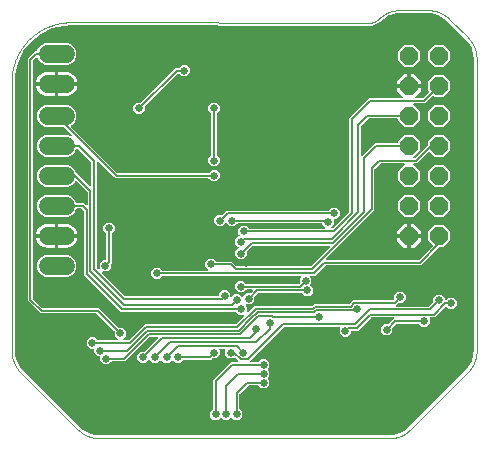
<source format=gbl>
G04 EAGLE Gerber RS-274X export*
G75*
%MOMM*%
%FSLAX34Y34*%
%LPD*%
%INBottom layer*%
%IPPOS*%
%AMOC8*
5,1,8,0,0,1.08239X$1,22.5*%
G01*
%ADD10C,0.000000*%
%ADD11C,1.524000*%
%ADD12P,1.649562X8X112.500000*%
%ADD13C,0.654800*%
%ADD14C,0.152400*%

G36*
X306997Y2544D02*
X306997Y2544D01*
X307029Y2542D01*
X309913Y2731D01*
X309936Y2737D01*
X310060Y2756D01*
X315633Y4249D01*
X315647Y4255D01*
X315663Y4257D01*
X315816Y4325D01*
X320812Y7209D01*
X320831Y7224D01*
X320865Y7248D01*
X320893Y7263D01*
X320906Y7277D01*
X320933Y7296D01*
X323107Y9202D01*
X323118Y9216D01*
X323143Y9236D01*
X370797Y56890D01*
X371431Y57524D01*
X371764Y57857D01*
X371775Y57872D01*
X371798Y57893D01*
X373704Y60067D01*
X373717Y60087D01*
X373791Y60188D01*
X376675Y65184D01*
X376681Y65199D01*
X376690Y65211D01*
X376751Y65367D01*
X378244Y70940D01*
X378247Y70963D01*
X378269Y71087D01*
X378458Y73971D01*
X378456Y73990D01*
X378459Y74021D01*
X378459Y321410D01*
X378456Y321429D01*
X378458Y321460D01*
X378267Y324357D01*
X378262Y324379D01*
X378242Y324504D01*
X376737Y330098D01*
X376730Y330113D01*
X376728Y330129D01*
X376717Y330155D01*
X376716Y330158D01*
X376713Y330162D01*
X376660Y330282D01*
X373753Y335292D01*
X373738Y335311D01*
X373666Y335414D01*
X371745Y337590D01*
X371731Y337602D01*
X371711Y337627D01*
X356929Y352313D01*
X355959Y353277D01*
X355943Y353288D01*
X355922Y353311D01*
X353752Y355202D01*
X353732Y355215D01*
X353631Y355288D01*
X348650Y358150D01*
X348636Y358155D01*
X348623Y358164D01*
X348467Y358225D01*
X342916Y359706D01*
X342892Y359708D01*
X342770Y359730D01*
X339897Y359918D01*
X339879Y359916D01*
X339848Y359919D01*
X315909Y359919D01*
X315891Y359916D01*
X315860Y359918D01*
X313018Y359734D01*
X312993Y359728D01*
X312873Y359711D01*
X307377Y358261D01*
X307364Y358255D01*
X307350Y358253D01*
X307195Y358187D01*
X302251Y355383D01*
X302231Y355367D01*
X302131Y355298D01*
X299970Y353443D01*
X299958Y353429D01*
X299933Y353410D01*
X298955Y352454D01*
X297886Y351409D01*
X292581Y349253D01*
X289718Y349257D01*
X288350Y349260D01*
X38746Y349674D01*
X37379Y349676D01*
X37363Y349674D01*
X37336Y349675D01*
X32102Y349390D01*
X32070Y349383D01*
X31975Y349372D01*
X21766Y347057D01*
X21764Y347056D01*
X21763Y347056D01*
X21605Y347001D01*
X12168Y342470D01*
X12167Y342469D01*
X12165Y342469D01*
X12023Y342380D01*
X3833Y335861D01*
X3832Y335859D01*
X3830Y335859D01*
X3712Y335740D01*
X-2821Y327560D01*
X-2821Y327559D01*
X-2822Y327558D01*
X-2911Y327416D01*
X-7458Y317987D01*
X-7458Y317985D01*
X-7459Y317984D01*
X-7514Y317826D01*
X-9846Y307621D01*
X-9848Y307589D01*
X-9864Y307494D01*
X-10158Y302260D01*
X-10156Y302243D01*
X-10159Y302217D01*
X-10159Y74021D01*
X-10156Y74003D01*
X-10158Y73971D01*
X-9969Y71087D01*
X-9963Y71064D01*
X-9944Y70940D01*
X-8451Y65367D01*
X-8445Y65353D01*
X-8443Y65337D01*
X-8375Y65184D01*
X-5491Y60188D01*
X-5476Y60170D01*
X-5404Y60067D01*
X-3498Y57893D01*
X-3483Y57881D01*
X-3464Y57857D01*
X-2497Y56890D01*
X45157Y9236D01*
X45172Y9225D01*
X45193Y9202D01*
X47367Y7296D01*
X47387Y7283D01*
X47457Y7232D01*
X47473Y7219D01*
X47478Y7216D01*
X47488Y7209D01*
X52484Y4325D01*
X52499Y4319D01*
X52511Y4310D01*
X52667Y4249D01*
X58240Y2756D01*
X58263Y2753D01*
X58387Y2731D01*
X61271Y2542D01*
X61290Y2544D01*
X61321Y2541D01*
X306979Y2541D01*
X306997Y2544D01*
G37*
%LPC*%
G36*
X158032Y15521D02*
X158032Y15521D01*
X155221Y18332D01*
X155221Y22308D01*
X157510Y24597D01*
X157563Y24671D01*
X157623Y24740D01*
X157635Y24770D01*
X157654Y24796D01*
X157681Y24883D01*
X157715Y24968D01*
X157719Y25009D01*
X157726Y25032D01*
X157725Y25064D01*
X157733Y25135D01*
X157733Y49207D01*
X173043Y64517D01*
X178488Y64517D01*
X178559Y64528D01*
X178631Y64530D01*
X178680Y64548D01*
X178731Y64556D01*
X178795Y64590D01*
X178862Y64615D01*
X178903Y64647D01*
X178949Y64672D01*
X178998Y64723D01*
X179054Y64768D01*
X179082Y64812D01*
X179118Y64850D01*
X179148Y64915D01*
X179187Y64975D01*
X179200Y65026D01*
X179222Y65073D01*
X179230Y65144D01*
X179247Y65214D01*
X179243Y65266D01*
X179249Y65317D01*
X179233Y65388D01*
X179228Y65459D01*
X179208Y65507D01*
X179196Y65558D01*
X179160Y65619D01*
X179132Y65685D01*
X179087Y65741D01*
X179070Y65769D01*
X179052Y65784D01*
X179027Y65816D01*
X178737Y66106D01*
X176518Y68325D01*
X176502Y68337D01*
X176489Y68352D01*
X176402Y68408D01*
X176318Y68469D01*
X176299Y68474D01*
X176282Y68485D01*
X176182Y68510D01*
X176083Y68541D01*
X176063Y68540D01*
X176044Y68545D01*
X175941Y68537D01*
X175837Y68535D01*
X175818Y68528D01*
X175799Y68526D01*
X175704Y68486D01*
X175606Y68450D01*
X175591Y68438D01*
X175572Y68430D01*
X175441Y68325D01*
X174708Y67591D01*
X170732Y67591D01*
X167921Y70402D01*
X167921Y74383D01*
X167949Y74422D01*
X167999Y74474D01*
X168020Y74521D01*
X168051Y74563D01*
X168072Y74632D01*
X168102Y74697D01*
X168108Y74749D01*
X168123Y74798D01*
X168121Y74870D01*
X168129Y74941D01*
X168118Y74992D01*
X168117Y75044D01*
X168092Y75112D01*
X168077Y75182D01*
X168050Y75227D01*
X168032Y75275D01*
X167988Y75331D01*
X167951Y75393D01*
X167911Y75427D01*
X167879Y75467D01*
X167818Y75506D01*
X167764Y75553D01*
X167716Y75572D01*
X167672Y75600D01*
X167602Y75618D01*
X167536Y75645D01*
X167465Y75653D01*
X167433Y75661D01*
X167410Y75659D01*
X167369Y75663D01*
X163901Y75663D01*
X163830Y75652D01*
X163758Y75650D01*
X163709Y75632D01*
X163658Y75624D01*
X163595Y75590D01*
X163527Y75565D01*
X163487Y75533D01*
X163441Y75508D01*
X163392Y75457D01*
X163335Y75412D01*
X163307Y75368D01*
X163271Y75330D01*
X163241Y75265D01*
X163202Y75205D01*
X163190Y75154D01*
X163168Y75107D01*
X163160Y75036D01*
X163142Y74966D01*
X163146Y74914D01*
X163141Y74863D01*
X163156Y74792D01*
X163162Y74721D01*
X163182Y74673D01*
X163193Y74622D01*
X163230Y74561D01*
X163258Y74495D01*
X163303Y74439D01*
X163319Y74411D01*
X163337Y74396D01*
X163349Y74381D01*
X163349Y70402D01*
X160538Y67591D01*
X157501Y67591D01*
X157411Y67577D01*
X157320Y67569D01*
X157290Y67557D01*
X157258Y67552D01*
X157177Y67509D01*
X157093Y67473D01*
X157061Y67447D01*
X157040Y67436D01*
X157018Y67413D01*
X156962Y67368D01*
X156586Y66992D01*
X156582Y66986D01*
X156572Y66978D01*
X155924Y66293D01*
X154981Y66293D01*
X154973Y66292D01*
X154960Y66293D01*
X153917Y66265D01*
X153892Y66275D01*
X153836Y66281D01*
X153809Y66289D01*
X153780Y66287D01*
X153725Y66293D01*
X133325Y66293D01*
X133235Y66279D01*
X133144Y66271D01*
X133114Y66259D01*
X133082Y66254D01*
X133002Y66211D01*
X132918Y66175D01*
X132886Y66149D01*
X132865Y66138D01*
X132843Y66115D01*
X132787Y66070D01*
X130498Y63781D01*
X126522Y63781D01*
X124048Y66255D01*
X124032Y66267D01*
X124020Y66282D01*
X123932Y66339D01*
X123849Y66399D01*
X123830Y66405D01*
X123813Y66415D01*
X123712Y66441D01*
X123613Y66471D01*
X123594Y66471D01*
X123574Y66476D01*
X123471Y66468D01*
X123368Y66465D01*
X123349Y66458D01*
X123329Y66456D01*
X123234Y66416D01*
X123137Y66380D01*
X123121Y66368D01*
X123103Y66360D01*
X122972Y66255D01*
X120498Y63781D01*
X116522Y63781D01*
X114048Y66255D01*
X114032Y66267D01*
X114020Y66282D01*
X113932Y66339D01*
X113849Y66399D01*
X113830Y66405D01*
X113813Y66415D01*
X113712Y66441D01*
X113613Y66471D01*
X113594Y66471D01*
X113574Y66476D01*
X113471Y66468D01*
X113368Y66465D01*
X113349Y66458D01*
X113329Y66456D01*
X113234Y66416D01*
X113137Y66380D01*
X113121Y66368D01*
X113103Y66360D01*
X112972Y66255D01*
X110498Y63781D01*
X106522Y63781D01*
X104048Y66255D01*
X104032Y66267D01*
X104020Y66282D01*
X103932Y66339D01*
X103849Y66399D01*
X103830Y66405D01*
X103813Y66415D01*
X103712Y66441D01*
X103613Y66471D01*
X103594Y66471D01*
X103574Y66476D01*
X103471Y66468D01*
X103368Y66465D01*
X103349Y66458D01*
X103329Y66456D01*
X103234Y66416D01*
X103137Y66380D01*
X103121Y66368D01*
X103103Y66360D01*
X102972Y66255D01*
X100498Y63781D01*
X96522Y63781D01*
X93711Y66592D01*
X93711Y70568D01*
X96522Y73379D01*
X99759Y73379D01*
X99850Y73393D01*
X99940Y73401D01*
X99970Y73413D01*
X100002Y73418D01*
X100083Y73461D01*
X100167Y73497D01*
X100199Y73523D01*
X100220Y73534D01*
X100242Y73557D01*
X100298Y73602D01*
X111248Y84552D01*
X111290Y84610D01*
X111339Y84662D01*
X111361Y84709D01*
X111391Y84751D01*
X111412Y84820D01*
X111443Y84885D01*
X111448Y84937D01*
X111464Y84987D01*
X111462Y85058D01*
X111470Y85129D01*
X111459Y85180D01*
X111457Y85232D01*
X111433Y85300D01*
X111418Y85370D01*
X111391Y85415D01*
X111373Y85463D01*
X111328Y85519D01*
X111291Y85581D01*
X111252Y85615D01*
X111219Y85655D01*
X111159Y85694D01*
X111104Y85741D01*
X111056Y85760D01*
X111012Y85788D01*
X110943Y85806D01*
X110876Y85833D01*
X110805Y85841D01*
X110774Y85849D01*
X110750Y85847D01*
X110710Y85851D01*
X104641Y85851D01*
X104550Y85837D01*
X104460Y85829D01*
X104430Y85817D01*
X104398Y85812D01*
X104317Y85769D01*
X104233Y85733D01*
X104201Y85707D01*
X104180Y85696D01*
X104158Y85673D01*
X104102Y85628D01*
X83497Y65023D01*
X72125Y65023D01*
X72035Y65009D01*
X71944Y65001D01*
X71914Y64989D01*
X71882Y64984D01*
X71802Y64941D01*
X71718Y64905D01*
X71686Y64879D01*
X71665Y64868D01*
X71643Y64845D01*
X71587Y64800D01*
X69298Y62511D01*
X65322Y62511D01*
X62511Y65322D01*
X62511Y68552D01*
X62508Y68572D01*
X62510Y68591D01*
X62488Y68693D01*
X62472Y68795D01*
X62462Y68812D01*
X62458Y68832D01*
X62405Y68921D01*
X62356Y69012D01*
X62342Y69026D01*
X62332Y69043D01*
X62253Y69110D01*
X62178Y69182D01*
X62160Y69190D01*
X62145Y69203D01*
X62049Y69242D01*
X61955Y69285D01*
X61935Y69287D01*
X61917Y69295D01*
X61750Y69313D01*
X60033Y69313D01*
X57222Y72124D01*
X57222Y75074D01*
X57219Y75094D01*
X57221Y75114D01*
X57199Y75215D01*
X57183Y75317D01*
X57173Y75334D01*
X57169Y75354D01*
X57116Y75443D01*
X57068Y75534D01*
X57053Y75548D01*
X57043Y75565D01*
X56964Y75632D01*
X56889Y75704D01*
X56871Y75712D01*
X56856Y75725D01*
X56760Y75764D01*
X56666Y75807D01*
X56646Y75809D01*
X56628Y75817D01*
X56461Y75835D01*
X53754Y75835D01*
X50943Y78646D01*
X50943Y82622D01*
X53754Y85433D01*
X57730Y85433D01*
X60019Y83144D01*
X60093Y83091D01*
X60162Y83031D01*
X60192Y83019D01*
X60218Y83000D01*
X60305Y82974D01*
X60390Y82939D01*
X60431Y82935D01*
X60454Y82928D01*
X60486Y82929D01*
X60557Y82921D01*
X76730Y82921D01*
X76801Y82932D01*
X76872Y82934D01*
X76921Y82952D01*
X76973Y82961D01*
X77036Y82994D01*
X77103Y83019D01*
X77144Y83051D01*
X77190Y83076D01*
X77239Y83128D01*
X77295Y83172D01*
X77324Y83216D01*
X77359Y83254D01*
X77390Y83319D01*
X77428Y83379D01*
X77441Y83430D01*
X77463Y83477D01*
X77471Y83548D01*
X77488Y83618D01*
X77484Y83670D01*
X77490Y83722D01*
X77475Y83792D01*
X77469Y83863D01*
X77449Y83911D01*
X77438Y83962D01*
X77401Y84024D01*
X77373Y84089D01*
X77328Y84145D01*
X77312Y84173D01*
X77294Y84188D01*
X77268Y84220D01*
X74576Y86912D01*
X74576Y90149D01*
X74562Y90239D01*
X74554Y90330D01*
X74542Y90360D01*
X74537Y90392D01*
X74494Y90473D01*
X74458Y90557D01*
X74432Y90589D01*
X74421Y90610D01*
X74398Y90632D01*
X74353Y90688D01*
X59601Y105440D01*
X59527Y105493D01*
X59457Y105553D01*
X59427Y105565D01*
X59401Y105584D01*
X59314Y105611D01*
X59229Y105645D01*
X59188Y105649D01*
X59166Y105656D01*
X59134Y105655D01*
X59062Y105663D01*
X11753Y105663D01*
X888Y116528D01*
X888Y321622D01*
X6978Y327712D01*
X8320Y327712D01*
X8435Y327730D01*
X8551Y327747D01*
X8557Y327750D01*
X8563Y327751D01*
X8666Y327806D01*
X8771Y327859D01*
X8775Y327863D01*
X8780Y327866D01*
X8860Y327950D01*
X8943Y328035D01*
X8946Y328041D01*
X8950Y328045D01*
X8958Y328062D01*
X9024Y328181D01*
X10027Y330605D01*
X12600Y333177D01*
X15961Y334570D01*
X34839Y334570D01*
X38200Y333177D01*
X40773Y330605D01*
X42165Y327244D01*
X42165Y323606D01*
X40773Y320245D01*
X38200Y317672D01*
X34839Y316280D01*
X15961Y316280D01*
X12600Y317672D01*
X10027Y320245D01*
X9278Y322055D01*
X9253Y322094D01*
X9238Y322137D01*
X9189Y322198D01*
X9148Y322264D01*
X9113Y322294D01*
X9084Y322329D01*
X9019Y322371D01*
X8959Y322421D01*
X8916Y322437D01*
X8877Y322462D01*
X8801Y322481D01*
X8729Y322509D01*
X8683Y322511D01*
X8639Y322522D01*
X8561Y322516D01*
X8483Y322520D01*
X8439Y322507D01*
X8393Y322503D01*
X8322Y322473D01*
X8247Y322451D01*
X8209Y322425D01*
X8167Y322407D01*
X8060Y322322D01*
X8045Y322311D01*
X8042Y322307D01*
X8036Y322302D01*
X5685Y319951D01*
X5632Y319877D01*
X5572Y319807D01*
X5560Y319777D01*
X5541Y319751D01*
X5514Y319664D01*
X5480Y319579D01*
X5476Y319538D01*
X5469Y319516D01*
X5470Y319484D01*
X5462Y319412D01*
X5462Y118738D01*
X5476Y118647D01*
X5484Y118557D01*
X5496Y118527D01*
X5501Y118495D01*
X5544Y118414D01*
X5580Y118330D01*
X5606Y118298D01*
X5617Y118277D01*
X5640Y118255D01*
X5685Y118199D01*
X13424Y110460D01*
X13498Y110407D01*
X13568Y110347D01*
X13598Y110335D01*
X13624Y110316D01*
X13711Y110289D01*
X13796Y110255D01*
X13837Y110251D01*
X13859Y110244D01*
X13891Y110245D01*
X13963Y110237D01*
X61272Y110237D01*
X77587Y93922D01*
X77661Y93869D01*
X77731Y93809D01*
X77761Y93797D01*
X77787Y93778D01*
X77874Y93751D01*
X77959Y93717D01*
X78000Y93713D01*
X78022Y93706D01*
X78054Y93707D01*
X78126Y93699D01*
X81363Y93699D01*
X84174Y90888D01*
X84174Y86912D01*
X81482Y84220D01*
X81440Y84162D01*
X81391Y84110D01*
X81369Y84063D01*
X81338Y84021D01*
X81317Y83952D01*
X81287Y83887D01*
X81281Y83835D01*
X81266Y83786D01*
X81268Y83714D01*
X81260Y83643D01*
X81271Y83592D01*
X81272Y83540D01*
X81297Y83472D01*
X81312Y83402D01*
X81339Y83358D01*
X81357Y83309D01*
X81402Y83253D01*
X81438Y83191D01*
X81478Y83157D01*
X81510Y83117D01*
X81571Y83078D01*
X81625Y83031D01*
X81674Y83012D01*
X81717Y82984D01*
X81787Y82966D01*
X81853Y82939D01*
X81925Y82931D01*
X81956Y82924D01*
X81979Y82925D01*
X82020Y82921D01*
X85990Y82921D01*
X86081Y82936D01*
X86171Y82943D01*
X86201Y82955D01*
X86233Y82961D01*
X86314Y83003D01*
X86398Y83039D01*
X86430Y83065D01*
X86451Y83076D01*
X86473Y83099D01*
X86529Y83144D01*
X99906Y96521D01*
X177060Y96521D01*
X177150Y96535D01*
X177241Y96543D01*
X177271Y96555D01*
X177303Y96560D01*
X177384Y96603D01*
X177468Y96639D01*
X177500Y96665D01*
X177520Y96676D01*
X177543Y96699D01*
X177599Y96744D01*
X183977Y103122D01*
X184019Y103180D01*
X184068Y103232D01*
X184090Y103279D01*
X184120Y103321D01*
X184141Y103390D01*
X184172Y103455D01*
X184177Y103507D01*
X184193Y103557D01*
X184191Y103628D01*
X184199Y103699D01*
X184188Y103750D01*
X184186Y103802D01*
X184162Y103870D01*
X184146Y103940D01*
X184120Y103985D01*
X184102Y104033D01*
X184057Y104089D01*
X184020Y104151D01*
X183981Y104185D01*
X183948Y104225D01*
X183888Y104264D01*
X183833Y104311D01*
X183785Y104330D01*
X183741Y104358D01*
X183672Y104376D01*
X183605Y104403D01*
X183534Y104411D01*
X183503Y104419D01*
X183479Y104417D01*
X183438Y104421D01*
X179622Y104421D01*
X177333Y106710D01*
X177259Y106763D01*
X177190Y106823D01*
X177160Y106835D01*
X177134Y106854D01*
X177047Y106881D01*
X176962Y106915D01*
X176921Y106919D01*
X176898Y106926D01*
X176866Y106925D01*
X176795Y106933D01*
X79832Y106933D01*
X48640Y138125D01*
X48640Y192285D01*
X48626Y192376D01*
X48618Y192466D01*
X48606Y192496D01*
X48601Y192528D01*
X48558Y192609D01*
X48522Y192693D01*
X48496Y192725D01*
X48485Y192746D01*
X48462Y192768D01*
X48417Y192824D01*
X46901Y194340D01*
X46827Y194393D01*
X46757Y194453D01*
X46727Y194465D01*
X46701Y194484D01*
X46614Y194511D01*
X46529Y194545D01*
X46488Y194549D01*
X46466Y194556D01*
X46434Y194555D01*
X46362Y194563D01*
X42480Y194563D01*
X42365Y194544D01*
X42249Y194527D01*
X42243Y194525D01*
X42237Y194524D01*
X42134Y194469D01*
X42029Y194416D01*
X42025Y194411D01*
X42020Y194408D01*
X41940Y194324D01*
X41857Y194240D01*
X41854Y194234D01*
X41850Y194230D01*
X41842Y194213D01*
X41776Y194093D01*
X40773Y191670D01*
X38200Y189097D01*
X34839Y187705D01*
X15961Y187705D01*
X12600Y189097D01*
X10027Y191670D01*
X8635Y195031D01*
X8635Y198669D01*
X10027Y202030D01*
X12600Y204603D01*
X15961Y205995D01*
X34839Y205995D01*
X38200Y204603D01*
X40773Y202030D01*
X41776Y199607D01*
X41838Y199507D01*
X41898Y199407D01*
X41903Y199403D01*
X41906Y199398D01*
X41996Y199323D01*
X42085Y199247D01*
X42091Y199245D01*
X42095Y199241D01*
X42204Y199199D01*
X42313Y199155D01*
X42320Y199154D01*
X42325Y199153D01*
X42343Y199152D01*
X42480Y199137D01*
X48572Y199137D01*
X50389Y197320D01*
X50447Y197278D01*
X50499Y197229D01*
X50546Y197207D01*
X50588Y197177D01*
X50657Y197156D01*
X50722Y197125D01*
X50774Y197120D01*
X50824Y197104D01*
X50895Y197106D01*
X50966Y197098D01*
X51017Y197109D01*
X51069Y197111D01*
X51137Y197135D01*
X51207Y197150D01*
X51252Y197177D01*
X51300Y197195D01*
X51356Y197240D01*
X51418Y197277D01*
X51452Y197316D01*
X51492Y197349D01*
X51531Y197409D01*
X51578Y197464D01*
X51597Y197512D01*
X51625Y197556D01*
X51643Y197625D01*
X51670Y197692D01*
X51678Y197763D01*
X51686Y197794D01*
X51684Y197818D01*
X51688Y197858D01*
X51688Y208287D01*
X51674Y208378D01*
X51666Y208468D01*
X51654Y208498D01*
X51649Y208530D01*
X51606Y208611D01*
X51570Y208695D01*
X51544Y208727D01*
X51533Y208748D01*
X51510Y208770D01*
X51465Y208826D01*
X42295Y217996D01*
X42258Y218023D01*
X42227Y218056D01*
X42159Y218094D01*
X42096Y218139D01*
X42052Y218153D01*
X42011Y218175D01*
X41935Y218189D01*
X41860Y218212D01*
X41815Y218211D01*
X41769Y218219D01*
X41692Y218207D01*
X41615Y218205D01*
X41572Y218190D01*
X41526Y218183D01*
X41457Y218148D01*
X41384Y218121D01*
X41348Y218092D01*
X41307Y218071D01*
X41252Y218016D01*
X41192Y217967D01*
X41167Y217929D01*
X41135Y217896D01*
X41069Y217776D01*
X41059Y217760D01*
X41057Y217755D01*
X41054Y217749D01*
X40773Y217070D01*
X38200Y214497D01*
X34839Y213105D01*
X15961Y213105D01*
X12600Y214497D01*
X10027Y217070D01*
X8635Y220431D01*
X8635Y224069D01*
X10027Y227430D01*
X12600Y230003D01*
X15961Y231395D01*
X34839Y231395D01*
X38200Y230003D01*
X40773Y227430D01*
X41776Y225007D01*
X41838Y224907D01*
X41898Y224807D01*
X41903Y224803D01*
X41906Y224798D01*
X41996Y224723D01*
X42085Y224647D01*
X42091Y224645D01*
X42095Y224641D01*
X42132Y224627D01*
X53564Y213195D01*
X53622Y213153D01*
X53674Y213104D01*
X53721Y213082D01*
X53763Y213052D01*
X53832Y213031D01*
X53897Y213000D01*
X53949Y212995D01*
X53999Y212979D01*
X54070Y212981D01*
X54141Y212973D01*
X54192Y212984D01*
X54244Y212986D01*
X54312Y213010D01*
X54382Y213025D01*
X54427Y213052D01*
X54475Y213070D01*
X54531Y213115D01*
X54593Y213152D01*
X54627Y213191D01*
X54667Y213224D01*
X54706Y213284D01*
X54753Y213339D01*
X54772Y213387D01*
X54800Y213431D01*
X54818Y213500D01*
X54845Y213567D01*
X54853Y213638D01*
X54861Y213669D01*
X54859Y213693D01*
X54863Y213733D01*
X54863Y233687D01*
X54849Y233778D01*
X54841Y233868D01*
X54829Y233898D01*
X54824Y233930D01*
X54781Y234011D01*
X54745Y234095D01*
X54719Y234127D01*
X54708Y234148D01*
X54685Y234170D01*
X54640Y234226D01*
X43726Y245140D01*
X43652Y245193D01*
X43582Y245253D01*
X43552Y245265D01*
X43526Y245284D01*
X43439Y245311D01*
X43354Y245345D01*
X43313Y245349D01*
X43291Y245356D01*
X43259Y245355D01*
X43187Y245363D01*
X42480Y245363D01*
X42365Y245344D01*
X42249Y245327D01*
X42243Y245325D01*
X42237Y245324D01*
X42134Y245269D01*
X42029Y245216D01*
X42025Y245211D01*
X42020Y245208D01*
X41940Y245124D01*
X41857Y245040D01*
X41854Y245034D01*
X41850Y245030D01*
X41842Y245013D01*
X41776Y244893D01*
X40773Y242470D01*
X38200Y239897D01*
X34839Y238505D01*
X15961Y238505D01*
X12600Y239897D01*
X10027Y242470D01*
X8635Y245831D01*
X8635Y249469D01*
X10027Y252830D01*
X12600Y255403D01*
X15961Y256795D01*
X34839Y256795D01*
X37419Y255726D01*
X37514Y255704D01*
X37607Y255675D01*
X37633Y255676D01*
X37658Y255670D01*
X37755Y255679D01*
X37853Y255682D01*
X37877Y255691D01*
X37903Y255693D01*
X37992Y255733D01*
X38084Y255766D01*
X38104Y255782D01*
X38128Y255793D01*
X38200Y255859D01*
X38276Y255920D01*
X38290Y255942D01*
X38309Y255959D01*
X38356Y256045D01*
X38409Y256127D01*
X38415Y256152D01*
X38428Y256175D01*
X38445Y256271D01*
X38469Y256365D01*
X38467Y256391D01*
X38471Y256417D01*
X38457Y256514D01*
X38449Y256610D01*
X38439Y256634D01*
X38435Y256660D01*
X38391Y256747D01*
X38353Y256837D01*
X38333Y256862D01*
X38324Y256880D01*
X38300Y256903D01*
X38248Y256968D01*
X31534Y263682D01*
X31460Y263735D01*
X31390Y263795D01*
X31360Y263807D01*
X31334Y263826D01*
X31247Y263853D01*
X31162Y263887D01*
X31121Y263891D01*
X31099Y263898D01*
X31067Y263897D01*
X30995Y263905D01*
X15961Y263905D01*
X12600Y265297D01*
X10027Y267870D01*
X8635Y271231D01*
X8635Y274869D01*
X10027Y278230D01*
X12600Y280803D01*
X15961Y282195D01*
X34839Y282195D01*
X38200Y280803D01*
X40773Y278230D01*
X42165Y274869D01*
X42165Y271231D01*
X40773Y267870D01*
X38200Y265297D01*
X37970Y265202D01*
X37931Y265178D01*
X37888Y265162D01*
X37827Y265114D01*
X37761Y265073D01*
X37732Y265037D01*
X37696Y265009D01*
X37654Y264943D01*
X37604Y264883D01*
X37588Y264840D01*
X37563Y264802D01*
X37544Y264726D01*
X37516Y264654D01*
X37514Y264608D01*
X37503Y264563D01*
X37509Y264486D01*
X37506Y264408D01*
X37519Y264364D01*
X37522Y264318D01*
X37553Y264246D01*
X37574Y264172D01*
X37600Y264134D01*
X37618Y264092D01*
X37704Y263985D01*
X37715Y263970D01*
X37719Y263967D01*
X37723Y263961D01*
X76924Y224760D01*
X76998Y224707D01*
X77068Y224647D01*
X77098Y224635D01*
X77124Y224616D01*
X77211Y224589D01*
X77296Y224555D01*
X77337Y224551D01*
X77359Y224544D01*
X77391Y224545D01*
X77463Y224537D01*
X153935Y224537D01*
X154025Y224551D01*
X154116Y224559D01*
X154146Y224571D01*
X154178Y224576D01*
X154258Y224619D01*
X154342Y224655D01*
X154374Y224681D01*
X154395Y224692D01*
X154417Y224715D01*
X154473Y224760D01*
X156762Y227049D01*
X160738Y227049D01*
X163549Y224238D01*
X163549Y220262D01*
X160738Y217451D01*
X156762Y217451D01*
X154473Y219740D01*
X154399Y219793D01*
X154330Y219853D01*
X154300Y219865D01*
X154274Y219884D01*
X154187Y219911D01*
X154102Y219945D01*
X154061Y219949D01*
X154038Y219956D01*
X154006Y219955D01*
X153935Y219963D01*
X75253Y219963D01*
X73690Y221526D01*
X60736Y234480D01*
X60678Y234522D01*
X60626Y234571D01*
X60579Y234593D01*
X60537Y234623D01*
X60468Y234644D01*
X60403Y234675D01*
X60351Y234680D01*
X60301Y234696D01*
X60230Y234694D01*
X60159Y234702D01*
X60108Y234691D01*
X60056Y234689D01*
X59988Y234665D01*
X59918Y234650D01*
X59873Y234623D01*
X59825Y234605D01*
X59769Y234560D01*
X59707Y234523D01*
X59673Y234484D01*
X59633Y234451D01*
X59594Y234391D01*
X59547Y234336D01*
X59528Y234288D01*
X59500Y234244D01*
X59482Y234175D01*
X59455Y234108D01*
X59447Y234037D01*
X59439Y234006D01*
X59441Y233982D01*
X59437Y233942D01*
X59437Y144773D01*
X59451Y144683D01*
X59459Y144592D01*
X59471Y144562D01*
X59476Y144530D01*
X59519Y144449D01*
X59555Y144365D01*
X59581Y144333D01*
X59592Y144312D01*
X59615Y144290D01*
X59660Y144234D01*
X60577Y143317D01*
X60635Y143275D01*
X60687Y143226D01*
X60734Y143204D01*
X60776Y143174D01*
X60845Y143153D01*
X60910Y143122D01*
X60962Y143117D01*
X61012Y143101D01*
X61083Y143103D01*
X61154Y143095D01*
X61205Y143106D01*
X61257Y143108D01*
X61325Y143132D01*
X61395Y143147D01*
X61440Y143174D01*
X61488Y143192D01*
X61544Y143237D01*
X61606Y143274D01*
X61640Y143313D01*
X61680Y143346D01*
X61719Y143406D01*
X61766Y143461D01*
X61785Y143509D01*
X61813Y143553D01*
X61831Y143622D01*
X61858Y143689D01*
X61866Y143760D01*
X61874Y143791D01*
X61872Y143815D01*
X61876Y143855D01*
X61876Y148038D01*
X64687Y150849D01*
X66802Y150849D01*
X66822Y150852D01*
X66841Y150850D01*
X66943Y150872D01*
X67045Y150888D01*
X67062Y150898D01*
X67082Y150902D01*
X67171Y150955D01*
X67262Y151004D01*
X67276Y151018D01*
X67293Y151028D01*
X67360Y151107D01*
X67432Y151182D01*
X67440Y151200D01*
X67453Y151215D01*
X67492Y151311D01*
X67535Y151405D01*
X67537Y151425D01*
X67545Y151443D01*
X67563Y151610D01*
X67563Y172985D01*
X67549Y173075D01*
X67541Y173166D01*
X67529Y173196D01*
X67524Y173228D01*
X67481Y173308D01*
X67445Y173392D01*
X67419Y173424D01*
X67408Y173445D01*
X67385Y173467D01*
X67340Y173523D01*
X65051Y175812D01*
X65051Y179788D01*
X67862Y182599D01*
X71838Y182599D01*
X74649Y179788D01*
X74649Y175812D01*
X72360Y173523D01*
X72307Y173449D01*
X72247Y173380D01*
X72235Y173350D01*
X72216Y173324D01*
X72189Y173237D01*
X72155Y173152D01*
X72151Y173111D01*
X72144Y173088D01*
X72145Y173056D01*
X72137Y172985D01*
X72137Y148278D01*
X71697Y147838D01*
X71643Y147764D01*
X71584Y147694D01*
X71572Y147664D01*
X71553Y147638D01*
X71526Y147551D01*
X71492Y147466D01*
X71488Y147425D01*
X71481Y147403D01*
X71482Y147371D01*
X71474Y147300D01*
X71474Y144062D01*
X68663Y141251D01*
X64480Y141251D01*
X64410Y141240D01*
X64338Y141238D01*
X64289Y141220D01*
X64238Y141212D01*
X64174Y141178D01*
X64107Y141153D01*
X64066Y141121D01*
X64020Y141096D01*
X63971Y141044D01*
X63915Y141000D01*
X63887Y140956D01*
X63851Y140918D01*
X63821Y140853D01*
X63782Y140793D01*
X63769Y140742D01*
X63747Y140695D01*
X63739Y140624D01*
X63722Y140554D01*
X63726Y140502D01*
X63720Y140451D01*
X63735Y140380D01*
X63741Y140309D01*
X63761Y140261D01*
X63772Y140210D01*
X63809Y140149D01*
X63837Y140083D01*
X63882Y140027D01*
X63899Y139999D01*
X63916Y139984D01*
X63942Y139952D01*
X83274Y120620D01*
X83348Y120567D01*
X83418Y120507D01*
X83448Y120495D01*
X83474Y120476D01*
X83561Y120449D01*
X83646Y120415D01*
X83687Y120411D01*
X83709Y120404D01*
X83741Y120405D01*
X83813Y120397D01*
X162080Y120397D01*
X162100Y120400D01*
X162119Y120398D01*
X162221Y120420D01*
X162323Y120436D01*
X162340Y120446D01*
X162360Y120450D01*
X162449Y120503D01*
X162540Y120552D01*
X162554Y120566D01*
X162571Y120576D01*
X162638Y120655D01*
X162710Y120730D01*
X162718Y120748D01*
X162731Y120763D01*
X162770Y120859D01*
X162813Y120953D01*
X162815Y120973D01*
X162823Y120991D01*
X162841Y121158D01*
X162841Y122638D01*
X165652Y125449D01*
X169628Y125449D01*
X172439Y122638D01*
X172439Y120357D01*
X172450Y120286D01*
X172452Y120215D01*
X172470Y120166D01*
X172478Y120114D01*
X172512Y120051D01*
X172537Y119984D01*
X172569Y119943D01*
X172594Y119897D01*
X172646Y119847D01*
X172690Y119791D01*
X172734Y119763D01*
X172772Y119727D01*
X172837Y119697D01*
X172897Y119658D01*
X172948Y119646D01*
X172995Y119624D01*
X173066Y119616D01*
X173136Y119598D01*
X173188Y119602D01*
X173239Y119597D01*
X173310Y119612D01*
X173381Y119618D01*
X173429Y119638D01*
X173480Y119649D01*
X173541Y119686D01*
X173607Y119714D01*
X173663Y119759D01*
X173691Y119775D01*
X173706Y119793D01*
X173738Y119819D01*
X175812Y121893D01*
X179788Y121893D01*
X181862Y119819D01*
X181920Y119777D01*
X181972Y119727D01*
X182019Y119706D01*
X182061Y119675D01*
X182130Y119654D01*
X182195Y119624D01*
X182247Y119618D01*
X182297Y119603D01*
X182368Y119605D01*
X182439Y119597D01*
X182490Y119608D01*
X182542Y119609D01*
X182610Y119634D01*
X182680Y119649D01*
X182725Y119676D01*
X182773Y119694D01*
X182829Y119738D01*
X182891Y119775D01*
X182925Y119815D01*
X182965Y119847D01*
X183004Y119908D01*
X183051Y119962D01*
X183068Y120004D01*
X185972Y122909D01*
X189209Y122909D01*
X189300Y122923D01*
X189390Y122931D01*
X189420Y122943D01*
X189452Y122948D01*
X189533Y122991D01*
X189617Y123027D01*
X189649Y123053D01*
X189670Y123064D01*
X189692Y123087D01*
X189748Y123132D01*
X191300Y124684D01*
X191342Y124742D01*
X191391Y124794D01*
X191413Y124841D01*
X191443Y124883D01*
X191464Y124952D01*
X191495Y125017D01*
X191500Y125069D01*
X191516Y125119D01*
X191514Y125190D01*
X191522Y125261D01*
X191511Y125312D01*
X191509Y125364D01*
X191485Y125432D01*
X191470Y125502D01*
X191443Y125547D01*
X191425Y125595D01*
X191380Y125651D01*
X191343Y125713D01*
X191304Y125747D01*
X191271Y125787D01*
X191211Y125826D01*
X191156Y125873D01*
X191108Y125892D01*
X191064Y125920D01*
X190995Y125938D01*
X190928Y125965D01*
X190857Y125973D01*
X190826Y125981D01*
X190802Y125979D01*
X190762Y125983D01*
X186425Y125983D01*
X186335Y125969D01*
X186244Y125961D01*
X186214Y125949D01*
X186182Y125944D01*
X186102Y125901D01*
X186018Y125865D01*
X185985Y125839D01*
X185965Y125828D01*
X185943Y125805D01*
X185887Y125760D01*
X183598Y123471D01*
X179622Y123471D01*
X176811Y126282D01*
X176811Y130258D01*
X179622Y133069D01*
X183598Y133069D01*
X185887Y130780D01*
X185961Y130727D01*
X186030Y130667D01*
X186060Y130655D01*
X186086Y130636D01*
X186173Y130609D01*
X186258Y130575D01*
X186299Y130571D01*
X186322Y130564D01*
X186354Y130565D01*
X186425Y130557D01*
X229877Y130557D01*
X229968Y130571D01*
X230058Y130579D01*
X230088Y130591D01*
X230120Y130596D01*
X230201Y130639D01*
X230285Y130675D01*
X230317Y130701D01*
X230338Y130712D01*
X230360Y130735D01*
X230416Y130780D01*
X231198Y131562D01*
X231251Y131636D01*
X231311Y131706D01*
X231323Y131736D01*
X231342Y131762D01*
X231369Y131849D01*
X231403Y131934D01*
X231407Y131975D01*
X231414Y131997D01*
X231413Y132029D01*
X231421Y132101D01*
X231421Y135338D01*
X232197Y136114D01*
X232239Y136172D01*
X232289Y136224D01*
X232310Y136271D01*
X232341Y136313D01*
X232362Y136382D01*
X232392Y136447D01*
X232398Y136499D01*
X232413Y136549D01*
X232411Y136620D01*
X232419Y136691D01*
X232408Y136742D01*
X232407Y136794D01*
X232382Y136862D01*
X232367Y136932D01*
X232340Y136977D01*
X232322Y137025D01*
X232278Y137081D01*
X232241Y137143D01*
X232201Y137177D01*
X232169Y137217D01*
X232108Y137256D01*
X232054Y137303D01*
X232006Y137322D01*
X231962Y137350D01*
X231892Y137368D01*
X231826Y137395D01*
X231754Y137403D01*
X231723Y137411D01*
X231700Y137409D01*
X231659Y137413D01*
X115305Y137413D01*
X115215Y137399D01*
X115124Y137391D01*
X115094Y137379D01*
X115062Y137374D01*
X114982Y137331D01*
X114898Y137295D01*
X114866Y137269D01*
X114845Y137258D01*
X114823Y137235D01*
X114767Y137190D01*
X112478Y134901D01*
X108502Y134901D01*
X105691Y137712D01*
X105691Y141688D01*
X108502Y144499D01*
X112478Y144499D01*
X114767Y142210D01*
X114841Y142157D01*
X114910Y142097D01*
X114940Y142085D01*
X114966Y142066D01*
X115053Y142039D01*
X115138Y142005D01*
X115179Y142001D01*
X115202Y141994D01*
X115234Y141995D01*
X115305Y141987D01*
X152919Y141987D01*
X152990Y141998D01*
X153061Y142000D01*
X153110Y142018D01*
X153162Y142026D01*
X153225Y142060D01*
X153292Y142085D01*
X153333Y142117D01*
X153379Y142142D01*
X153429Y142194D01*
X153485Y142238D01*
X153513Y142282D01*
X153549Y142320D01*
X153579Y142385D01*
X153618Y142445D01*
X153630Y142496D01*
X153652Y142543D01*
X153660Y142614D01*
X153678Y142684D01*
X153674Y142736D01*
X153679Y142787D01*
X153664Y142858D01*
X153658Y142929D01*
X153638Y142977D01*
X153627Y143028D01*
X153590Y143089D01*
X153562Y143155D01*
X153517Y143211D01*
X153501Y143239D01*
X153483Y143254D01*
X153457Y143286D01*
X151411Y145332D01*
X151411Y149308D01*
X154222Y152119D01*
X158198Y152119D01*
X160487Y149830D01*
X160561Y149777D01*
X160630Y149717D01*
X160660Y149705D01*
X160686Y149686D01*
X160773Y149659D01*
X160858Y149625D01*
X160899Y149621D01*
X160922Y149614D01*
X160954Y149615D01*
X161025Y149607D01*
X173744Y149607D01*
X177585Y145766D01*
X177659Y145713D01*
X177728Y145653D01*
X177758Y145641D01*
X177785Y145622D01*
X177871Y145595D01*
X177956Y145561D01*
X177997Y145557D01*
X178020Y145550D01*
X178052Y145551D01*
X178123Y145543D01*
X240221Y145543D01*
X240311Y145557D01*
X240402Y145565D01*
X240431Y145577D01*
X240463Y145582D01*
X240544Y145625D01*
X240628Y145661D01*
X240660Y145687D01*
X240681Y145698D01*
X240703Y145721D01*
X240759Y145766D01*
X256507Y161514D01*
X256549Y161572D01*
X256598Y161624D01*
X256620Y161671D01*
X256650Y161713D01*
X256671Y161782D01*
X256702Y161847D01*
X256707Y161899D01*
X256723Y161949D01*
X256721Y162020D01*
X256729Y162091D01*
X256718Y162142D01*
X256716Y162194D01*
X256692Y162262D01*
X256677Y162332D01*
X256650Y162377D01*
X256632Y162425D01*
X256587Y162481D01*
X256550Y162543D01*
X256511Y162577D01*
X256478Y162617D01*
X256418Y162656D01*
X256363Y162703D01*
X256315Y162722D01*
X256271Y162750D01*
X256202Y162768D01*
X256135Y162795D01*
X256064Y162803D01*
X256033Y162811D01*
X256010Y162809D01*
X255969Y162813D01*
X191763Y162813D01*
X191672Y162799D01*
X191582Y162791D01*
X191552Y162779D01*
X191520Y162774D01*
X191439Y162731D01*
X191355Y162695D01*
X191323Y162669D01*
X191302Y162658D01*
X191280Y162635D01*
X191224Y162590D01*
X186632Y157998D01*
X186579Y157924D01*
X186519Y157854D01*
X186507Y157824D01*
X186488Y157798D01*
X186461Y157711D01*
X186427Y157626D01*
X186423Y157585D01*
X186416Y157563D01*
X186417Y157531D01*
X186409Y157459D01*
X186409Y154222D01*
X183598Y151411D01*
X179622Y151411D01*
X176811Y154222D01*
X176811Y158198D01*
X179365Y160752D01*
X179377Y160768D01*
X179392Y160780D01*
X179449Y160868D01*
X179509Y160951D01*
X179515Y160970D01*
X179525Y160987D01*
X179551Y161088D01*
X179581Y161187D01*
X179581Y161206D01*
X179586Y161226D01*
X179578Y161329D01*
X179575Y161432D01*
X179568Y161451D01*
X179566Y161471D01*
X179526Y161566D01*
X179490Y161663D01*
X179478Y161679D01*
X179470Y161697D01*
X179365Y161828D01*
X176811Y164382D01*
X176811Y168358D01*
X179623Y171170D01*
X179688Y171180D01*
X179759Y171182D01*
X179808Y171200D01*
X179860Y171208D01*
X179923Y171242D01*
X179990Y171267D01*
X180031Y171299D01*
X180077Y171324D01*
X180127Y171376D01*
X180183Y171420D01*
X180211Y171464D01*
X180247Y171502D01*
X180277Y171567D01*
X180316Y171627D01*
X180328Y171678D01*
X180350Y171725D01*
X180358Y171796D01*
X180376Y171866D01*
X180372Y171918D01*
X180377Y171969D01*
X180362Y172040D01*
X180356Y172111D01*
X180336Y172159D01*
X180325Y172210D01*
X180288Y172271D01*
X180260Y172337D01*
X180215Y172393D01*
X180199Y172421D01*
X180181Y172436D01*
X180155Y172468D01*
X179351Y173272D01*
X179351Y177248D01*
X182162Y180059D01*
X186138Y180059D01*
X188427Y177770D01*
X188501Y177717D01*
X188570Y177657D01*
X188600Y177645D01*
X188626Y177626D01*
X188713Y177599D01*
X188798Y177565D01*
X188839Y177561D01*
X188862Y177554D01*
X188894Y177555D01*
X188965Y177547D01*
X251979Y177547D01*
X252050Y177558D01*
X252121Y177560D01*
X252170Y177578D01*
X252222Y177586D01*
X252285Y177620D01*
X252352Y177645D01*
X252393Y177677D01*
X252439Y177702D01*
X252489Y177754D01*
X252545Y177798D01*
X252573Y177842D01*
X252609Y177880D01*
X252639Y177945D01*
X252678Y178005D01*
X252690Y178056D01*
X252712Y178103D01*
X252720Y178174D01*
X252738Y178244D01*
X252734Y178296D01*
X252739Y178347D01*
X252724Y178418D01*
X252718Y178489D01*
X252698Y178537D01*
X252687Y178588D01*
X252650Y178649D01*
X252622Y178715D01*
X252577Y178771D01*
X252561Y178799D01*
X252543Y178814D01*
X252517Y178846D01*
X250471Y180892D01*
X250471Y181102D01*
X250468Y181122D01*
X250470Y181141D01*
X250448Y181243D01*
X250432Y181345D01*
X250422Y181362D01*
X250418Y181382D01*
X250365Y181471D01*
X250316Y181562D01*
X250302Y181576D01*
X250292Y181593D01*
X250213Y181660D01*
X250138Y181732D01*
X250120Y181740D01*
X250105Y181753D01*
X250009Y181792D01*
X249915Y181835D01*
X249895Y181837D01*
X249877Y181845D01*
X249710Y181863D01*
X178805Y181863D01*
X178715Y181849D01*
X178624Y181841D01*
X178594Y181829D01*
X178562Y181824D01*
X178482Y181781D01*
X178398Y181745D01*
X178366Y181719D01*
X178345Y181708D01*
X178323Y181685D01*
X178267Y181640D01*
X175978Y179351D01*
X172002Y179351D01*
X169448Y181905D01*
X169432Y181917D01*
X169420Y181932D01*
X169332Y181989D01*
X169249Y182049D01*
X169230Y182055D01*
X169213Y182065D01*
X169112Y182091D01*
X169013Y182121D01*
X168994Y182121D01*
X168974Y182126D01*
X168871Y182118D01*
X168768Y182115D01*
X168749Y182108D01*
X168729Y182106D01*
X168634Y182066D01*
X168537Y182030D01*
X168521Y182018D01*
X168503Y182010D01*
X168372Y181905D01*
X165818Y179351D01*
X161842Y179351D01*
X159031Y182162D01*
X159031Y186138D01*
X161842Y188949D01*
X165079Y188949D01*
X165170Y188963D01*
X165260Y188971D01*
X165290Y188983D01*
X165322Y188988D01*
X165403Y189031D01*
X165487Y189067D01*
X165519Y189093D01*
X165540Y189104D01*
X165562Y189127D01*
X165618Y189172D01*
X169233Y192787D01*
X255535Y192787D01*
X255625Y192801D01*
X255716Y192809D01*
X255746Y192821D01*
X255778Y192826D01*
X255858Y192869D01*
X255942Y192905D01*
X255974Y192931D01*
X255995Y192942D01*
X256017Y192965D01*
X256073Y193010D01*
X258362Y195299D01*
X262338Y195299D01*
X265149Y192488D01*
X265149Y188512D01*
X262338Y185701D01*
X260830Y185701D01*
X260810Y185698D01*
X260791Y185700D01*
X260689Y185678D01*
X260587Y185662D01*
X260570Y185652D01*
X260550Y185648D01*
X260461Y185595D01*
X260370Y185546D01*
X260356Y185532D01*
X260339Y185522D01*
X260272Y185443D01*
X260200Y185368D01*
X260192Y185350D01*
X260179Y185335D01*
X260140Y185239D01*
X260097Y185145D01*
X260095Y185125D01*
X260087Y185107D01*
X260069Y184940D01*
X260069Y180892D01*
X258023Y178846D01*
X257981Y178788D01*
X257931Y178736D01*
X257910Y178689D01*
X257879Y178647D01*
X257858Y178578D01*
X257828Y178513D01*
X257822Y178461D01*
X257807Y178411D01*
X257809Y178340D01*
X257801Y178269D01*
X257812Y178218D01*
X257813Y178166D01*
X257838Y178098D01*
X257853Y178028D01*
X257880Y177983D01*
X257898Y177935D01*
X257942Y177879D01*
X257979Y177817D01*
X258019Y177783D01*
X258051Y177743D01*
X258112Y177704D01*
X258166Y177657D01*
X258214Y177638D01*
X258258Y177610D01*
X258328Y177592D01*
X258394Y177565D01*
X258466Y177557D01*
X258497Y177549D01*
X258520Y177551D01*
X258561Y177547D01*
X259088Y177547D01*
X259178Y177561D01*
X259269Y177569D01*
X259298Y177581D01*
X259330Y177586D01*
X259411Y177629D01*
X259495Y177665D01*
X259527Y177691D01*
X259548Y177702D01*
X259570Y177725D01*
X259626Y177770D01*
X273080Y191224D01*
X273133Y191298D01*
X273193Y191368D01*
X273205Y191398D01*
X273224Y191424D01*
X273251Y191511D01*
X273285Y191596D01*
X273289Y191637D01*
X273296Y191659D01*
X273295Y191691D01*
X273303Y191762D01*
X273303Y271457D01*
X274866Y273020D01*
X288320Y286474D01*
X289883Y288037D01*
X318056Y288037D01*
X318127Y288048D01*
X318198Y288050D01*
X318247Y288068D01*
X318299Y288076D01*
X318362Y288110D01*
X318429Y288135D01*
X318470Y288167D01*
X318516Y288192D01*
X318566Y288244D01*
X318622Y288288D01*
X318650Y288332D01*
X318686Y288370D01*
X318716Y288435D01*
X318755Y288495D01*
X318767Y288546D01*
X318789Y288593D01*
X318797Y288664D01*
X318815Y288734D01*
X318811Y288786D01*
X318816Y288837D01*
X318801Y288908D01*
X318795Y288979D01*
X318775Y289027D01*
X318764Y289078D01*
X318727Y289139D01*
X318699Y289205D01*
X318654Y289261D01*
X318638Y289289D01*
X318620Y289304D01*
X318594Y289336D01*
X313689Y294241D01*
X313689Y296927D01*
X323088Y296927D01*
X323108Y296930D01*
X323127Y296928D01*
X323229Y296950D01*
X323331Y296967D01*
X323348Y296976D01*
X323368Y296980D01*
X323457Y297033D01*
X323548Y297082D01*
X323562Y297096D01*
X323579Y297106D01*
X323646Y297185D01*
X323717Y297260D01*
X323726Y297278D01*
X323739Y297293D01*
X323777Y297389D01*
X323821Y297483D01*
X323823Y297503D01*
X323831Y297521D01*
X323849Y297688D01*
X323849Y298451D01*
X323851Y298451D01*
X323851Y297688D01*
X323854Y297668D01*
X323852Y297649D01*
X323874Y297547D01*
X323891Y297445D01*
X323900Y297428D01*
X323904Y297408D01*
X323957Y297319D01*
X324006Y297228D01*
X324020Y297214D01*
X324030Y297197D01*
X324109Y297130D01*
X324184Y297059D01*
X324202Y297050D01*
X324217Y297037D01*
X324313Y296998D01*
X324407Y296955D01*
X324427Y296953D01*
X324445Y296945D01*
X324612Y296927D01*
X334011Y296927D01*
X334011Y294241D01*
X329106Y289336D01*
X329064Y289278D01*
X329014Y289226D01*
X328993Y289179D01*
X328962Y289137D01*
X328941Y289068D01*
X328911Y289003D01*
X328905Y288951D01*
X328890Y288901D01*
X328892Y288830D01*
X328884Y288759D01*
X328895Y288708D01*
X328896Y288656D01*
X328921Y288588D01*
X328936Y288518D01*
X328963Y288473D01*
X328981Y288425D01*
X329025Y288369D01*
X329062Y288307D01*
X329102Y288273D01*
X329134Y288233D01*
X329195Y288194D01*
X329249Y288147D01*
X329297Y288128D01*
X329341Y288100D01*
X329411Y288082D01*
X329477Y288055D01*
X329549Y288047D01*
X329580Y288039D01*
X329603Y288041D01*
X329644Y288037D01*
X335287Y288037D01*
X335378Y288051D01*
X335468Y288059D01*
X335498Y288071D01*
X335530Y288076D01*
X335611Y288119D01*
X335695Y288155D01*
X335727Y288181D01*
X335748Y288192D01*
X335770Y288215D01*
X335826Y288260D01*
X340628Y293062D01*
X340640Y293079D01*
X340656Y293091D01*
X340712Y293178D01*
X340772Y293262D01*
X340778Y293281D01*
X340789Y293298D01*
X340814Y293398D01*
X340844Y293497D01*
X340844Y293517D01*
X340849Y293536D01*
X340841Y293639D01*
X340838Y293743D01*
X340831Y293762D01*
X340830Y293782D01*
X340789Y293877D01*
X340754Y293974D01*
X340741Y293990D01*
X340733Y294008D01*
X340628Y294139D01*
X340105Y294662D01*
X340105Y302238D01*
X345462Y307595D01*
X353038Y307595D01*
X358395Y302238D01*
X358395Y294662D01*
X353038Y289305D01*
X345462Y289305D01*
X344939Y289828D01*
X344923Y289840D01*
X344910Y289856D01*
X344823Y289912D01*
X344739Y289972D01*
X344720Y289978D01*
X344703Y289989D01*
X344603Y290014D01*
X344504Y290044D01*
X344484Y290044D01*
X344465Y290049D01*
X344362Y290041D01*
X344258Y290038D01*
X344239Y290031D01*
X344220Y290030D01*
X344125Y289989D01*
X344027Y289954D01*
X344012Y289941D01*
X343993Y289933D01*
X343862Y289828D01*
X337497Y283463D01*
X328207Y283463D01*
X328136Y283452D01*
X328065Y283450D01*
X328016Y283432D01*
X327964Y283424D01*
X327901Y283390D01*
X327834Y283365D01*
X327793Y283333D01*
X327747Y283308D01*
X327698Y283256D01*
X327642Y283212D01*
X327613Y283168D01*
X327578Y283130D01*
X327547Y283065D01*
X327509Y283005D01*
X327496Y282954D01*
X327474Y282907D01*
X327466Y282836D01*
X327449Y282766D01*
X327453Y282714D01*
X327447Y282663D01*
X327462Y282592D01*
X327468Y282521D01*
X327488Y282473D01*
X327499Y282422D01*
X327536Y282361D01*
X327564Y282295D01*
X327609Y282239D01*
X327625Y282211D01*
X327643Y282196D01*
X327647Y282190D01*
X327651Y282186D01*
X327669Y282164D01*
X332995Y276838D01*
X332995Y269262D01*
X327638Y263905D01*
X320062Y263905D01*
X314705Y269262D01*
X314705Y270002D01*
X314702Y270022D01*
X314704Y270041D01*
X314682Y270143D01*
X314666Y270245D01*
X314656Y270262D01*
X314652Y270282D01*
X314599Y270371D01*
X314550Y270462D01*
X314536Y270476D01*
X314526Y270493D01*
X314447Y270560D01*
X314372Y270632D01*
X314354Y270640D01*
X314339Y270653D01*
X314243Y270692D01*
X314149Y270735D01*
X314129Y270737D01*
X314111Y270745D01*
X313944Y270763D01*
X289553Y270763D01*
X289462Y270749D01*
X289372Y270741D01*
X289342Y270729D01*
X289310Y270724D01*
X289229Y270681D01*
X289145Y270645D01*
X289113Y270619D01*
X289092Y270608D01*
X289070Y270585D01*
X289014Y270540D01*
X283180Y264706D01*
X283127Y264632D01*
X283067Y264562D01*
X283055Y264532D01*
X283036Y264506D01*
X283009Y264419D01*
X282975Y264334D01*
X282971Y264293D01*
X282964Y264271D01*
X282965Y264239D01*
X282957Y264167D01*
X282957Y239768D01*
X282968Y239698D01*
X282970Y239626D01*
X282988Y239577D01*
X282996Y239526D01*
X283030Y239462D01*
X283055Y239395D01*
X283087Y239354D01*
X283112Y239308D01*
X283164Y239259D01*
X283208Y239203D01*
X283252Y239175D01*
X283290Y239139D01*
X283355Y239109D01*
X283415Y239070D01*
X283466Y239057D01*
X283513Y239035D01*
X283584Y239027D01*
X283654Y239010D01*
X283706Y239014D01*
X283757Y239008D01*
X283828Y239023D01*
X283899Y239029D01*
X283947Y239049D01*
X283998Y239060D01*
X284059Y239097D01*
X284125Y239125D01*
X284181Y239170D01*
X284209Y239187D01*
X284224Y239204D01*
X284256Y239230D01*
X293400Y248374D01*
X294963Y249937D01*
X313944Y249937D01*
X313964Y249940D01*
X313983Y249938D01*
X314085Y249960D01*
X314187Y249976D01*
X314204Y249986D01*
X314224Y249990D01*
X314313Y250043D01*
X314404Y250092D01*
X314418Y250106D01*
X314435Y250116D01*
X314502Y250195D01*
X314574Y250270D01*
X314582Y250288D01*
X314595Y250303D01*
X314634Y250399D01*
X314677Y250493D01*
X314679Y250513D01*
X314687Y250531D01*
X314705Y250698D01*
X314705Y251438D01*
X320062Y256795D01*
X327638Y256795D01*
X332995Y251438D01*
X332995Y243862D01*
X327669Y238536D01*
X327627Y238478D01*
X327578Y238426D01*
X327556Y238379D01*
X327525Y238337D01*
X327504Y238268D01*
X327474Y238203D01*
X327468Y238151D01*
X327453Y238101D01*
X327455Y238030D01*
X327447Y237959D01*
X327458Y237908D01*
X327459Y237856D01*
X327484Y237788D01*
X327499Y237718D01*
X327526Y237673D01*
X327544Y237625D01*
X327589Y237569D01*
X327625Y237507D01*
X327665Y237473D01*
X327697Y237433D01*
X327758Y237394D01*
X327812Y237347D01*
X327861Y237328D01*
X327904Y237300D01*
X327974Y237282D01*
X328040Y237255D01*
X328112Y237247D01*
X328143Y237239D01*
X328166Y237241D01*
X328207Y237237D01*
X328302Y237237D01*
X328393Y237251D01*
X328483Y237259D01*
X328513Y237271D01*
X328545Y237276D01*
X328626Y237319D01*
X328710Y237355D01*
X328742Y237381D01*
X328763Y237392D01*
X328785Y237415D01*
X328841Y237460D01*
X339755Y248374D01*
X339882Y248501D01*
X339935Y248575D01*
X339995Y248645D01*
X340007Y248675D01*
X340026Y248701D01*
X340053Y248788D01*
X340087Y248873D01*
X340091Y248914D01*
X340098Y248936D01*
X340097Y248968D01*
X340105Y249039D01*
X340105Y251438D01*
X345462Y256795D01*
X353038Y256795D01*
X358395Y251438D01*
X358395Y243862D01*
X353038Y238505D01*
X345462Y238505D01*
X341446Y242521D01*
X341430Y242533D01*
X341418Y242548D01*
X341331Y242604D01*
X341247Y242665D01*
X341228Y242670D01*
X341211Y242681D01*
X341110Y242706D01*
X341012Y242737D01*
X340992Y242736D01*
X340972Y242741D01*
X340869Y242733D01*
X340766Y242731D01*
X340747Y242724D01*
X340727Y242722D01*
X340632Y242682D01*
X340535Y242646D01*
X340519Y242634D01*
X340501Y242626D01*
X340370Y242521D01*
X330512Y232663D01*
X328207Y232663D01*
X328136Y232652D01*
X328065Y232650D01*
X328016Y232632D01*
X327964Y232624D01*
X327901Y232590D01*
X327834Y232565D01*
X327793Y232533D01*
X327747Y232508D01*
X327698Y232456D01*
X327642Y232412D01*
X327613Y232368D01*
X327578Y232330D01*
X327547Y232265D01*
X327509Y232205D01*
X327496Y232154D01*
X327474Y232107D01*
X327466Y232036D01*
X327449Y231966D01*
X327453Y231914D01*
X327447Y231863D01*
X327462Y231792D01*
X327468Y231721D01*
X327488Y231673D01*
X327499Y231622D01*
X327536Y231561D01*
X327564Y231495D01*
X327609Y231439D01*
X327625Y231411D01*
X327643Y231396D01*
X327669Y231364D01*
X332995Y226038D01*
X332995Y218462D01*
X327638Y213105D01*
X320062Y213105D01*
X314705Y218462D01*
X314705Y226038D01*
X320031Y231364D01*
X320073Y231422D01*
X320122Y231474D01*
X320144Y231521D01*
X320175Y231563D01*
X320196Y231632D01*
X320226Y231697D01*
X320232Y231749D01*
X320247Y231799D01*
X320245Y231870D01*
X320253Y231941D01*
X320242Y231992D01*
X320241Y232044D01*
X320216Y232112D01*
X320201Y232182D01*
X320174Y232227D01*
X320156Y232275D01*
X320111Y232331D01*
X320075Y232393D01*
X320035Y232427D01*
X320003Y232467D01*
X319942Y232506D01*
X319888Y232553D01*
X319839Y232572D01*
X319796Y232600D01*
X319726Y232618D01*
X319660Y232645D01*
X319588Y232653D01*
X319557Y232661D01*
X319534Y232659D01*
X319493Y232663D01*
X299713Y232663D01*
X299622Y232649D01*
X299532Y232641D01*
X299502Y232629D01*
X299470Y232624D01*
X299389Y232581D01*
X299305Y232545D01*
X299273Y232519D01*
X299252Y232508D01*
X299230Y232485D01*
X299174Y232440D01*
X294610Y227876D01*
X294557Y227802D01*
X294497Y227732D01*
X294485Y227702D01*
X294466Y227676D01*
X294439Y227589D01*
X294405Y227504D01*
X294401Y227463D01*
X294394Y227441D01*
X294395Y227409D01*
X294387Y227338D01*
X294387Y192926D01*
X292824Y191363D01*
X253637Y152176D01*
X253595Y152118D01*
X253546Y152066D01*
X253524Y152019D01*
X253494Y151977D01*
X253473Y151908D01*
X253442Y151843D01*
X253437Y151791D01*
X253421Y151741D01*
X253423Y151670D01*
X253415Y151599D01*
X253426Y151548D01*
X253428Y151496D01*
X253452Y151428D01*
X253468Y151358D01*
X253494Y151313D01*
X253512Y151265D01*
X253557Y151209D01*
X253594Y151147D01*
X253633Y151113D01*
X253666Y151073D01*
X253726Y151034D01*
X253781Y150987D01*
X253829Y150968D01*
X253873Y150940D01*
X253942Y150922D01*
X254009Y150895D01*
X254080Y150887D01*
X254111Y150879D01*
X254135Y150881D01*
X254176Y150877D01*
X331477Y150877D01*
X331568Y150891D01*
X331658Y150899D01*
X331688Y150911D01*
X331720Y150916D01*
X331801Y150959D01*
X331885Y150995D01*
X331917Y151021D01*
X331938Y151032D01*
X331960Y151055D01*
X332016Y151100D01*
X343803Y162887D01*
X343815Y162904D01*
X343831Y162916D01*
X343887Y163003D01*
X343947Y163087D01*
X343953Y163106D01*
X343964Y163123D01*
X343989Y163223D01*
X344019Y163322D01*
X344019Y163342D01*
X344024Y163361D01*
X344016Y163464D01*
X344013Y163568D01*
X344006Y163587D01*
X344005Y163607D01*
X343964Y163702D01*
X343929Y163799D01*
X343916Y163815D01*
X343908Y163833D01*
X343803Y163964D01*
X340105Y167662D01*
X340105Y175238D01*
X345462Y180595D01*
X353038Y180595D01*
X358395Y175238D01*
X358395Y167662D01*
X353038Y162305D01*
X350005Y162305D01*
X349914Y162291D01*
X349824Y162283D01*
X349794Y162271D01*
X349762Y162266D01*
X349681Y162223D01*
X349597Y162187D01*
X349565Y162161D01*
X349544Y162150D01*
X349522Y162127D01*
X349466Y162082D01*
X333687Y146303D01*
X253104Y146303D01*
X253013Y146289D01*
X252923Y146281D01*
X252893Y146269D01*
X252861Y146264D01*
X252780Y146221D01*
X252696Y146185D01*
X252664Y146159D01*
X252643Y146148D01*
X252621Y146125D01*
X252565Y146080D01*
X243898Y137413D01*
X240781Y137413D01*
X240710Y137402D01*
X240639Y137400D01*
X240590Y137382D01*
X240538Y137374D01*
X240475Y137340D01*
X240408Y137315D01*
X240367Y137283D01*
X240321Y137258D01*
X240271Y137206D01*
X240215Y137162D01*
X240187Y137118D01*
X240151Y137080D01*
X240121Y137015D01*
X240082Y136955D01*
X240070Y136904D01*
X240048Y136857D01*
X240040Y136786D01*
X240022Y136716D01*
X240026Y136664D01*
X240021Y136613D01*
X240036Y136542D01*
X240042Y136471D01*
X240062Y136423D01*
X240073Y136372D01*
X240110Y136311D01*
X240138Y136245D01*
X240183Y136189D01*
X240199Y136161D01*
X240217Y136146D01*
X240243Y136114D01*
X241019Y135338D01*
X241019Y131362D01*
X240165Y130509D01*
X240153Y130492D01*
X240138Y130480D01*
X240082Y130393D01*
X240021Y130309D01*
X240016Y130290D01*
X240005Y130273D01*
X239980Y130173D01*
X239949Y130074D01*
X239950Y130054D01*
X239945Y130035D01*
X239953Y129932D01*
X239955Y129828D01*
X239962Y129809D01*
X239964Y129789D01*
X240004Y129694D01*
X240040Y129597D01*
X240052Y129581D01*
X240060Y129563D01*
X240165Y129432D01*
X242331Y127266D01*
X242331Y123290D01*
X239520Y120479D01*
X235545Y120479D01*
X233312Y122712D01*
X233238Y122765D01*
X233169Y122825D01*
X233138Y122837D01*
X233112Y122856D01*
X233025Y122883D01*
X232940Y122917D01*
X232899Y122921D01*
X232877Y122928D01*
X232845Y122927D01*
X232774Y122935D01*
X196335Y122935D01*
X196244Y122921D01*
X196154Y122913D01*
X196124Y122901D01*
X196092Y122896D01*
X196011Y122853D01*
X195927Y122817D01*
X195895Y122791D01*
X195874Y122780D01*
X195852Y122757D01*
X195796Y122712D01*
X192982Y119898D01*
X192929Y119824D01*
X192869Y119754D01*
X192857Y119724D01*
X192838Y119698D01*
X192811Y119611D01*
X192777Y119526D01*
X192773Y119485D01*
X192766Y119463D01*
X192767Y119431D01*
X192759Y119359D01*
X192759Y116122D01*
X189948Y113311D01*
X186143Y113311D01*
X186072Y113300D01*
X186001Y113298D01*
X185952Y113280D01*
X185900Y113272D01*
X185837Y113238D01*
X185770Y113213D01*
X185729Y113181D01*
X185683Y113156D01*
X185633Y113104D01*
X185577Y113060D01*
X185549Y113016D01*
X185513Y112978D01*
X185483Y112913D01*
X185444Y112853D01*
X185432Y112802D01*
X185410Y112755D01*
X185402Y112684D01*
X185384Y112614D01*
X185388Y112562D01*
X185383Y112511D01*
X185398Y112440D01*
X185404Y112369D01*
X185424Y112321D01*
X185435Y112270D01*
X185472Y112209D01*
X185500Y112143D01*
X185545Y112087D01*
X185561Y112059D01*
X185579Y112044D01*
X185605Y112012D01*
X186409Y111208D01*
X186409Y107392D01*
X186420Y107321D01*
X186422Y107249D01*
X186440Y107200D01*
X186448Y107149D01*
X186482Y107085D01*
X186507Y107018D01*
X186539Y106977D01*
X186564Y106931D01*
X186616Y106882D01*
X186660Y106826D01*
X186704Y106798D01*
X186742Y106762D01*
X186807Y106732D01*
X186867Y106693D01*
X186918Y106680D01*
X186965Y106658D01*
X187036Y106651D01*
X187106Y106633D01*
X187158Y106637D01*
X187209Y106631D01*
X187280Y106647D01*
X187351Y106652D01*
X187399Y106673D01*
X187450Y106684D01*
X187511Y106720D01*
X187577Y106748D01*
X187633Y106793D01*
X187661Y106810D01*
X187676Y106828D01*
X187708Y106853D01*
X191307Y110452D01*
X192870Y112015D01*
X241072Y112015D01*
X241162Y112029D01*
X241253Y112037D01*
X241283Y112049D01*
X241315Y112054D01*
X241395Y112097D01*
X241479Y112133D01*
X241511Y112159D01*
X241532Y112170D01*
X241554Y112193D01*
X241610Y112238D01*
X243137Y113765D01*
X273029Y113765D01*
X273120Y113779D01*
X273210Y113787D01*
X273240Y113799D01*
X273272Y113804D01*
X273353Y113847D01*
X273437Y113883D01*
X273469Y113909D01*
X273490Y113920D01*
X273512Y113943D01*
X273568Y113988D01*
X276647Y117067D01*
X310367Y117067D01*
X310458Y117081D01*
X310548Y117089D01*
X310578Y117101D01*
X310610Y117106D01*
X310691Y117149D01*
X310775Y117185D01*
X310807Y117211D01*
X310828Y117222D01*
X310850Y117245D01*
X310906Y117290D01*
X311208Y117592D01*
X311261Y117666D01*
X311321Y117736D01*
X311333Y117766D01*
X311352Y117792D01*
X311379Y117879D01*
X311413Y117964D01*
X311417Y118005D01*
X311424Y118027D01*
X311423Y118059D01*
X311431Y118131D01*
X311431Y121368D01*
X314242Y124179D01*
X318218Y124179D01*
X321029Y121368D01*
X321029Y117392D01*
X318218Y114581D01*
X314981Y114581D01*
X314890Y114567D01*
X314800Y114559D01*
X314770Y114547D01*
X314738Y114542D01*
X314657Y114499D01*
X314573Y114463D01*
X314541Y114437D01*
X314520Y114426D01*
X314498Y114403D01*
X314442Y114358D01*
X314140Y114056D01*
X312890Y112806D01*
X312848Y112748D01*
X312799Y112696D01*
X312777Y112649D01*
X312747Y112607D01*
X312726Y112538D01*
X312695Y112473D01*
X312690Y112421D01*
X312674Y112371D01*
X312676Y112300D01*
X312668Y112229D01*
X312679Y112178D01*
X312681Y112126D01*
X312705Y112058D01*
X312720Y111988D01*
X312747Y111943D01*
X312765Y111895D01*
X312810Y111839D01*
X312847Y111777D01*
X312886Y111743D01*
X312919Y111703D01*
X312979Y111664D01*
X313034Y111617D01*
X313082Y111598D01*
X313126Y111570D01*
X313195Y111552D01*
X313262Y111525D01*
X313333Y111517D01*
X313364Y111509D01*
X313388Y111511D01*
X313428Y111507D01*
X340367Y111507D01*
X340458Y111521D01*
X340548Y111529D01*
X340578Y111541D01*
X340610Y111546D01*
X340691Y111589D01*
X340775Y111625D01*
X340807Y111651D01*
X340828Y111662D01*
X340850Y111685D01*
X340906Y111730D01*
X344228Y115052D01*
X344281Y115126D01*
X344341Y115196D01*
X344353Y115226D01*
X344372Y115252D01*
X344399Y115339D01*
X344433Y115424D01*
X344437Y115465D01*
X344444Y115487D01*
X344443Y115519D01*
X344451Y115591D01*
X344451Y118828D01*
X347262Y121639D01*
X351238Y121639D01*
X354049Y118828D01*
X354049Y117563D01*
X354060Y117492D01*
X354062Y117421D01*
X354080Y117372D01*
X354088Y117320D01*
X354122Y117257D01*
X354147Y117190D01*
X354179Y117149D01*
X354204Y117103D01*
X354256Y117053D01*
X354300Y116997D01*
X354344Y116969D01*
X354382Y116933D01*
X354447Y116903D01*
X354507Y116864D01*
X354558Y116852D01*
X354605Y116830D01*
X354676Y116822D01*
X354746Y116804D01*
X354798Y116808D01*
X354849Y116803D01*
X354920Y116818D01*
X354991Y116824D01*
X355039Y116844D01*
X355090Y116855D01*
X355151Y116892D01*
X355217Y116920D01*
X355273Y116965D01*
X355301Y116981D01*
X355316Y116999D01*
X355348Y117025D01*
X357422Y119099D01*
X361398Y119099D01*
X364209Y116288D01*
X364209Y112312D01*
X361398Y109501D01*
X357422Y109501D01*
X355754Y111170D01*
X355737Y111182D01*
X355725Y111197D01*
X355638Y111253D01*
X355554Y111314D01*
X355535Y111319D01*
X355518Y111330D01*
X355417Y111356D01*
X355319Y111386D01*
X355299Y111385D01*
X355279Y111390D01*
X355177Y111382D01*
X355073Y111380D01*
X355054Y111373D01*
X355034Y111371D01*
X354940Y111331D01*
X354842Y111295D01*
X354826Y111283D01*
X354808Y111275D01*
X354677Y111170D01*
X347558Y104051D01*
X345995Y102488D01*
X341813Y102488D01*
X341742Y102477D01*
X341670Y102475D01*
X341621Y102457D01*
X341570Y102449D01*
X341507Y102415D01*
X341439Y102390D01*
X341399Y102358D01*
X341353Y102333D01*
X341303Y102282D01*
X341247Y102237D01*
X341219Y102193D01*
X341183Y102155D01*
X341153Y102090D01*
X341114Y102030D01*
X341102Y101979D01*
X341080Y101932D01*
X341072Y101861D01*
X341054Y101791D01*
X341058Y101739D01*
X341053Y101688D01*
X341068Y101617D01*
X341073Y101546D01*
X341094Y101498D01*
X341105Y101447D01*
X341142Y101386D01*
X341170Y101320D01*
X341215Y101264D01*
X341231Y101236D01*
X341249Y101221D01*
X341261Y101206D01*
X341261Y97227D01*
X338450Y94416D01*
X334474Y94416D01*
X332185Y96705D01*
X332111Y96758D01*
X332042Y96818D01*
X332012Y96830D01*
X331985Y96849D01*
X331899Y96876D01*
X331814Y96910D01*
X331773Y96914D01*
X331750Y96921D01*
X331718Y96920D01*
X331647Y96928D01*
X313203Y96928D01*
X313112Y96914D01*
X313022Y96906D01*
X312992Y96894D01*
X312960Y96889D01*
X312879Y96846D01*
X312795Y96810D01*
X312763Y96784D01*
X312742Y96773D01*
X312720Y96750D01*
X312664Y96705D01*
X309822Y93863D01*
X309769Y93789D01*
X309709Y93719D01*
X309697Y93689D01*
X309678Y93663D01*
X309651Y93576D01*
X309617Y93491D01*
X309613Y93450D01*
X309606Y93428D01*
X309607Y93396D01*
X309599Y93324D01*
X309599Y90087D01*
X306788Y87276D01*
X302812Y87276D01*
X300001Y90087D01*
X300001Y94063D01*
X302812Y96874D01*
X306049Y96874D01*
X306140Y96888D01*
X306230Y96896D01*
X306260Y96908D01*
X306292Y96913D01*
X306373Y96956D01*
X306457Y96992D01*
X306489Y97018D01*
X306510Y97029D01*
X306532Y97052D01*
X306588Y97097D01*
X309430Y99939D01*
X310680Y101189D01*
X310722Y101247D01*
X310771Y101299D01*
X310793Y101346D01*
X310823Y101388D01*
X310844Y101457D01*
X310875Y101522D01*
X310880Y101574D01*
X310896Y101624D01*
X310894Y101695D01*
X310902Y101766D01*
X310891Y101817D01*
X310889Y101869D01*
X310865Y101937D01*
X310850Y102007D01*
X310823Y102052D01*
X310805Y102100D01*
X310760Y102156D01*
X310723Y102218D01*
X310684Y102252D01*
X310651Y102292D01*
X310591Y102331D01*
X310536Y102378D01*
X310488Y102397D01*
X310444Y102425D01*
X310375Y102443D01*
X310308Y102470D01*
X310237Y102478D01*
X310206Y102486D01*
X310182Y102484D01*
X310142Y102488D01*
X291958Y102488D01*
X291868Y102474D01*
X291777Y102466D01*
X291747Y102454D01*
X291715Y102449D01*
X291635Y102406D01*
X291551Y102370D01*
X291519Y102344D01*
X291498Y102333D01*
X291476Y102310D01*
X291420Y102265D01*
X281902Y92748D01*
X280340Y91185D01*
X275435Y91185D01*
X275415Y91182D01*
X275396Y91184D01*
X275294Y91162D01*
X275192Y91146D01*
X275175Y91136D01*
X275155Y91132D01*
X275066Y91079D01*
X274975Y91030D01*
X274961Y91016D01*
X274944Y91006D01*
X274877Y90927D01*
X274805Y90852D01*
X274797Y90834D01*
X274784Y90819D01*
X274745Y90723D01*
X274702Y90629D01*
X274700Y90609D01*
X274692Y90591D01*
X274674Y90424D01*
X274674Y88972D01*
X271863Y86161D01*
X267887Y86161D01*
X265076Y88972D01*
X265076Y92953D01*
X265104Y92992D01*
X265154Y93044D01*
X265175Y93091D01*
X265206Y93133D01*
X265227Y93202D01*
X265257Y93267D01*
X265263Y93319D01*
X265278Y93368D01*
X265276Y93440D01*
X265284Y93511D01*
X265273Y93562D01*
X265272Y93614D01*
X265247Y93682D01*
X265232Y93752D01*
X265205Y93797D01*
X265187Y93845D01*
X265143Y93901D01*
X265106Y93963D01*
X265066Y93997D01*
X265034Y94037D01*
X264973Y94076D01*
X264919Y94123D01*
X264871Y94142D01*
X264827Y94170D01*
X264757Y94188D01*
X264691Y94215D01*
X264620Y94223D01*
X264588Y94231D01*
X264565Y94229D01*
X264524Y94233D01*
X218433Y94233D01*
X218342Y94219D01*
X218252Y94211D01*
X218222Y94199D01*
X218190Y94194D01*
X218109Y94151D01*
X218025Y94115D01*
X217993Y94089D01*
X217972Y94078D01*
X217950Y94055D01*
X217894Y94010D01*
X215354Y91470D01*
X189700Y65816D01*
X189658Y65758D01*
X189609Y65706D01*
X189587Y65659D01*
X189557Y65617D01*
X189536Y65548D01*
X189505Y65483D01*
X189500Y65431D01*
X189484Y65381D01*
X189486Y65310D01*
X189478Y65239D01*
X189489Y65188D01*
X189491Y65136D01*
X189515Y65068D01*
X189530Y64998D01*
X189557Y64953D01*
X189575Y64905D01*
X189620Y64849D01*
X189657Y64787D01*
X189696Y64753D01*
X189729Y64713D01*
X189789Y64674D01*
X189844Y64627D01*
X189892Y64608D01*
X189936Y64580D01*
X190005Y64562D01*
X190072Y64535D01*
X190143Y64527D01*
X190174Y64519D01*
X190198Y64521D01*
X190238Y64517D01*
X195845Y64517D01*
X195935Y64531D01*
X196026Y64539D01*
X196056Y64551D01*
X196088Y64556D01*
X196168Y64599D01*
X196252Y64635D01*
X196284Y64661D01*
X196305Y64672D01*
X196327Y64695D01*
X196383Y64740D01*
X198672Y67029D01*
X202648Y67029D01*
X205459Y64218D01*
X205459Y60242D01*
X204175Y58958D01*
X204163Y58942D01*
X204148Y58930D01*
X204091Y58842D01*
X204031Y58759D01*
X204025Y58740D01*
X204015Y58723D01*
X203989Y58622D01*
X203959Y58523D01*
X203959Y58504D01*
X203954Y58484D01*
X203962Y58381D01*
X203965Y58278D01*
X203972Y58259D01*
X203974Y58239D01*
X204014Y58144D01*
X204050Y58047D01*
X204062Y58031D01*
X204070Y58013D01*
X204175Y57882D01*
X205459Y56598D01*
X205459Y52622D01*
X204175Y51338D01*
X204163Y51322D01*
X204148Y51310D01*
X204091Y51222D01*
X204031Y51139D01*
X204025Y51120D01*
X204015Y51103D01*
X203989Y51002D01*
X203959Y50903D01*
X203959Y50884D01*
X203954Y50864D01*
X203962Y50761D01*
X203965Y50658D01*
X203972Y50639D01*
X203974Y50619D01*
X204014Y50524D01*
X204050Y50427D01*
X204062Y50411D01*
X204070Y50393D01*
X204175Y50262D01*
X205459Y48978D01*
X205459Y45002D01*
X202648Y42191D01*
X198672Y42191D01*
X196383Y44480D01*
X196309Y44533D01*
X196240Y44593D01*
X196210Y44605D01*
X196184Y44624D01*
X196097Y44651D01*
X196012Y44685D01*
X195971Y44689D01*
X195948Y44696D01*
X195916Y44695D01*
X195845Y44703D01*
X187953Y44703D01*
X187862Y44689D01*
X187772Y44681D01*
X187742Y44669D01*
X187710Y44664D01*
X187629Y44621D01*
X187545Y44585D01*
X187513Y44559D01*
X187492Y44548D01*
X187470Y44525D01*
X187414Y44480D01*
X180310Y37376D01*
X180257Y37302D01*
X180197Y37232D01*
X180185Y37202D01*
X180166Y37176D01*
X180139Y37089D01*
X180105Y37004D01*
X180101Y36963D01*
X180094Y36941D01*
X180095Y36909D01*
X180087Y36837D01*
X180087Y25135D01*
X180101Y25045D01*
X180109Y24954D01*
X180121Y24924D01*
X180126Y24892D01*
X180169Y24812D01*
X180205Y24728D01*
X180231Y24696D01*
X180242Y24675D01*
X180265Y24653D01*
X180310Y24597D01*
X182599Y22308D01*
X182599Y18332D01*
X179788Y15521D01*
X175812Y15521D01*
X173893Y17440D01*
X173877Y17452D01*
X173865Y17467D01*
X173777Y17524D01*
X173694Y17584D01*
X173675Y17590D01*
X173658Y17600D01*
X173557Y17626D01*
X173458Y17656D01*
X173439Y17656D01*
X173419Y17661D01*
X173316Y17653D01*
X173213Y17650D01*
X173194Y17643D01*
X173174Y17641D01*
X173079Y17601D01*
X172982Y17565D01*
X172966Y17553D01*
X172948Y17545D01*
X172817Y17440D01*
X170898Y15521D01*
X166922Y15521D01*
X165003Y17440D01*
X164987Y17452D01*
X164975Y17467D01*
X164887Y17524D01*
X164804Y17584D01*
X164785Y17590D01*
X164768Y17600D01*
X164667Y17626D01*
X164568Y17656D01*
X164549Y17656D01*
X164529Y17661D01*
X164426Y17653D01*
X164323Y17650D01*
X164304Y17643D01*
X164284Y17641D01*
X164189Y17601D01*
X164092Y17565D01*
X164076Y17553D01*
X164058Y17545D01*
X163927Y17440D01*
X162008Y15521D01*
X158032Y15521D01*
G37*
%LPD*%
%LPC*%
G36*
X15961Y136905D02*
X15961Y136905D01*
X12600Y138297D01*
X10027Y140870D01*
X8635Y144231D01*
X8635Y147869D01*
X10027Y151230D01*
X12600Y153803D01*
X15961Y155195D01*
X34839Y155195D01*
X38200Y153803D01*
X40773Y151230D01*
X42165Y147869D01*
X42165Y144231D01*
X40773Y140870D01*
X38200Y138297D01*
X34839Y136905D01*
X15961Y136905D01*
G37*
%LPD*%
%LPC*%
G36*
X93262Y274601D02*
X93262Y274601D01*
X90451Y277412D01*
X90451Y281388D01*
X93262Y284199D01*
X96499Y284199D01*
X96590Y284213D01*
X96680Y284221D01*
X96710Y284233D01*
X96742Y284238D01*
X96823Y284281D01*
X96907Y284317D01*
X96939Y284343D01*
X96960Y284354D01*
X96964Y284358D01*
X96983Y284378D01*
X97038Y284422D01*
X126053Y313437D01*
X128535Y313437D01*
X128625Y313451D01*
X128716Y313459D01*
X128746Y313471D01*
X128778Y313476D01*
X128858Y313519D01*
X128942Y313555D01*
X128974Y313581D01*
X128995Y313592D01*
X129017Y313615D01*
X129073Y313660D01*
X131362Y315949D01*
X135338Y315949D01*
X138149Y313138D01*
X138149Y309162D01*
X135338Y306351D01*
X131362Y306351D01*
X129073Y308640D01*
X128999Y308693D01*
X128930Y308753D01*
X128900Y308765D01*
X128874Y308784D01*
X128787Y308811D01*
X128702Y308845D01*
X128661Y308849D01*
X128638Y308856D01*
X128606Y308855D01*
X128535Y308863D01*
X128263Y308863D01*
X128172Y308849D01*
X128082Y308841D01*
X128052Y308829D01*
X128020Y308824D01*
X127939Y308781D01*
X127855Y308745D01*
X127823Y308719D01*
X127802Y308708D01*
X127780Y308685D01*
X127724Y308640D01*
X100272Y281188D01*
X100219Y281114D01*
X100159Y281044D01*
X100147Y281014D01*
X100128Y280988D01*
X100101Y280901D01*
X100067Y280816D01*
X100063Y280775D01*
X100056Y280753D01*
X100057Y280721D01*
X100049Y280649D01*
X100049Y277412D01*
X97238Y274601D01*
X93262Y274601D01*
G37*
%LPD*%
%LPC*%
G36*
X156762Y230151D02*
X156762Y230151D01*
X153951Y232962D01*
X153951Y236938D01*
X156240Y239227D01*
X156293Y239301D01*
X156353Y239370D01*
X156365Y239400D01*
X156384Y239426D01*
X156411Y239513D01*
X156445Y239598D01*
X156449Y239639D01*
X156456Y239662D01*
X156455Y239694D01*
X156463Y239765D01*
X156463Y274585D01*
X156449Y274675D01*
X156441Y274766D01*
X156429Y274796D01*
X156424Y274828D01*
X156381Y274908D01*
X156345Y274992D01*
X156319Y275024D01*
X156308Y275045D01*
X156285Y275067D01*
X156240Y275123D01*
X153951Y277412D01*
X153951Y281388D01*
X156762Y284199D01*
X160738Y284199D01*
X163549Y281388D01*
X163549Y277412D01*
X161260Y275123D01*
X161207Y275049D01*
X161147Y274980D01*
X161135Y274950D01*
X161116Y274924D01*
X161089Y274837D01*
X161055Y274752D01*
X161051Y274711D01*
X161044Y274688D01*
X161045Y274656D01*
X161037Y274585D01*
X161037Y239765D01*
X161051Y239675D01*
X161059Y239584D01*
X161071Y239554D01*
X161076Y239522D01*
X161119Y239442D01*
X161155Y239358D01*
X161181Y239326D01*
X161192Y239305D01*
X161215Y239283D01*
X161260Y239227D01*
X163549Y236938D01*
X163549Y232962D01*
X160738Y230151D01*
X156762Y230151D01*
G37*
%LPD*%
%LPC*%
G36*
X345462Y314705D02*
X345462Y314705D01*
X340105Y320062D01*
X340105Y327638D01*
X345462Y332995D01*
X353038Y332995D01*
X358395Y327638D01*
X358395Y320062D01*
X353038Y314705D01*
X345462Y314705D01*
G37*
%LPD*%
%LPC*%
G36*
X320062Y314705D02*
X320062Y314705D01*
X314705Y320062D01*
X314705Y327638D01*
X320062Y332995D01*
X327638Y332995D01*
X332995Y327638D01*
X332995Y320062D01*
X327638Y314705D01*
X320062Y314705D01*
G37*
%LPD*%
%LPC*%
G36*
X345462Y263905D02*
X345462Y263905D01*
X340105Y269262D01*
X340105Y276838D01*
X345462Y282195D01*
X353038Y282195D01*
X358395Y276838D01*
X358395Y269262D01*
X353038Y263905D01*
X345462Y263905D01*
G37*
%LPD*%
%LPC*%
G36*
X345462Y213105D02*
X345462Y213105D01*
X340105Y218462D01*
X340105Y226038D01*
X345462Y231395D01*
X353038Y231395D01*
X358395Y226038D01*
X358395Y218462D01*
X353038Y213105D01*
X345462Y213105D01*
G37*
%LPD*%
%LPC*%
G36*
X345462Y187705D02*
X345462Y187705D01*
X340105Y193062D01*
X340105Y200638D01*
X345462Y205995D01*
X353038Y205995D01*
X358395Y200638D01*
X358395Y193062D01*
X353038Y187705D01*
X345462Y187705D01*
G37*
%LPD*%
%LPC*%
G36*
X320062Y187705D02*
X320062Y187705D01*
X314705Y193062D01*
X314705Y200638D01*
X320062Y205995D01*
X327638Y205995D01*
X332995Y200638D01*
X332995Y193062D01*
X327638Y187705D01*
X320062Y187705D01*
G37*
%LPD*%
%LPC*%
G36*
X26923Y301548D02*
X26923Y301548D01*
X26923Y310186D01*
X33820Y310186D01*
X35399Y309935D01*
X36920Y309441D01*
X38345Y308715D01*
X39639Y307775D01*
X40770Y306644D01*
X41710Y305350D01*
X42436Y303925D01*
X42931Y302404D01*
X43066Y301548D01*
X26923Y301548D01*
G37*
%LPD*%
%LPC*%
G36*
X26923Y172973D02*
X26923Y172973D01*
X26923Y181611D01*
X33820Y181611D01*
X35399Y181361D01*
X36920Y180866D01*
X38345Y180140D01*
X39639Y179200D01*
X40770Y178069D01*
X41710Y176775D01*
X42436Y175350D01*
X42931Y173829D01*
X43066Y172973D01*
X26923Y172973D01*
G37*
%LPD*%
%LPC*%
G36*
X7734Y301548D02*
X7734Y301548D01*
X7869Y302404D01*
X8364Y303925D01*
X9090Y305350D01*
X10030Y306644D01*
X11161Y307775D01*
X12455Y308715D01*
X13880Y309441D01*
X15401Y309935D01*
X16980Y310186D01*
X23877Y310186D01*
X23877Y301548D01*
X7734Y301548D01*
G37*
%LPD*%
%LPC*%
G36*
X7734Y172973D02*
X7734Y172973D01*
X7869Y173829D01*
X8364Y175350D01*
X9090Y176775D01*
X10030Y178069D01*
X11161Y179200D01*
X12455Y180140D01*
X13880Y180866D01*
X15401Y181361D01*
X16980Y181611D01*
X23877Y181611D01*
X23877Y172973D01*
X7734Y172973D01*
G37*
%LPD*%
%LPC*%
G36*
X26923Y289864D02*
X26923Y289864D01*
X26923Y298502D01*
X43066Y298502D01*
X42931Y297646D01*
X42436Y296124D01*
X41710Y294699D01*
X40770Y293405D01*
X39639Y292275D01*
X38345Y291335D01*
X36920Y290609D01*
X35399Y290114D01*
X33820Y289864D01*
X26923Y289864D01*
G37*
%LPD*%
%LPC*%
G36*
X26923Y161289D02*
X26923Y161289D01*
X26923Y169927D01*
X43066Y169927D01*
X42931Y169071D01*
X42436Y167550D01*
X41710Y166125D01*
X40770Y164831D01*
X39639Y163700D01*
X38345Y162760D01*
X36920Y162034D01*
X35399Y161539D01*
X33820Y161289D01*
X26923Y161289D01*
G37*
%LPD*%
%LPC*%
G36*
X16980Y289864D02*
X16980Y289864D01*
X15401Y290114D01*
X13880Y290609D01*
X12455Y291335D01*
X11161Y292275D01*
X10030Y293405D01*
X9090Y294699D01*
X8364Y296124D01*
X7869Y297646D01*
X7734Y298502D01*
X23877Y298502D01*
X23877Y289864D01*
X16980Y289864D01*
G37*
%LPD*%
%LPC*%
G36*
X16980Y161289D02*
X16980Y161289D01*
X15401Y161539D01*
X13880Y162034D01*
X12455Y162760D01*
X11161Y163700D01*
X10030Y164831D01*
X9090Y166125D01*
X8364Y167550D01*
X7869Y169071D01*
X7734Y169927D01*
X23877Y169927D01*
X23877Y161289D01*
X16980Y161289D01*
G37*
%LPD*%
%LPC*%
G36*
X325373Y299973D02*
X325373Y299973D01*
X325373Y308611D01*
X328059Y308611D01*
X334011Y302659D01*
X334011Y299973D01*
X325373Y299973D01*
G37*
%LPD*%
%LPC*%
G36*
X325373Y172973D02*
X325373Y172973D01*
X325373Y181611D01*
X328059Y181611D01*
X334011Y175659D01*
X334011Y172973D01*
X325373Y172973D01*
G37*
%LPD*%
%LPC*%
G36*
X325373Y169927D02*
X325373Y169927D01*
X334011Y169927D01*
X334011Y167241D01*
X328059Y161289D01*
X325373Y161289D01*
X325373Y169927D01*
G37*
%LPD*%
%LPC*%
G36*
X313689Y299973D02*
X313689Y299973D01*
X313689Y302659D01*
X319641Y308611D01*
X322327Y308611D01*
X322327Y299973D01*
X313689Y299973D01*
G37*
%LPD*%
%LPC*%
G36*
X313689Y172973D02*
X313689Y172973D01*
X313689Y175659D01*
X319641Y181611D01*
X322327Y181611D01*
X322327Y172973D01*
X313689Y172973D01*
G37*
%LPD*%
%LPC*%
G36*
X319641Y161289D02*
X319641Y161289D01*
X313689Y167241D01*
X313689Y169927D01*
X322327Y169927D01*
X322327Y161289D01*
X319641Y161289D01*
G37*
%LPD*%
%LPC*%
G36*
X25399Y300024D02*
X25399Y300024D01*
X25399Y300026D01*
X25401Y300026D01*
X25401Y300024D01*
X25399Y300024D01*
G37*
%LPD*%
%LPC*%
G36*
X323849Y171449D02*
X323849Y171449D01*
X323849Y171451D01*
X323851Y171451D01*
X323851Y171449D01*
X323849Y171449D01*
G37*
%LPD*%
%LPC*%
G36*
X25399Y171449D02*
X25399Y171449D01*
X25399Y171451D01*
X25401Y171451D01*
X25401Y171449D01*
X25399Y171449D01*
G37*
%LPD*%
D10*
X306979Y0D02*
X73025Y0D01*
X306979Y0D02*
X307583Y7D01*
X308188Y29D01*
X308791Y65D01*
X309393Y115D01*
X309994Y180D01*
X310594Y259D01*
X311191Y352D01*
X311786Y459D01*
X312378Y580D01*
X312967Y716D01*
X313553Y865D01*
X314135Y1029D01*
X314713Y1206D01*
X315287Y1397D01*
X315855Y1601D01*
X316419Y1819D01*
X316978Y2051D01*
X317531Y2295D01*
X318077Y2553D01*
X318618Y2824D01*
X319152Y3107D01*
X319679Y3403D01*
X320199Y3711D01*
X320711Y4032D01*
X321216Y4365D01*
X321712Y4710D01*
X322201Y5066D01*
X322680Y5434D01*
X323151Y5814D01*
X323612Y6204D01*
X324065Y6605D01*
X324507Y7017D01*
X324940Y7439D01*
X324940Y7440D02*
X373561Y56061D01*
X373560Y56060D02*
X373983Y56493D01*
X374395Y56935D01*
X374796Y57388D01*
X375186Y57849D01*
X375566Y58320D01*
X375934Y58799D01*
X376290Y59288D01*
X376635Y59784D01*
X376968Y60289D01*
X377289Y60801D01*
X377597Y61321D01*
X377893Y61848D01*
X378176Y62382D01*
X378447Y62923D01*
X378705Y63469D01*
X378949Y64022D01*
X379181Y64581D01*
X379399Y65145D01*
X379603Y65713D01*
X379794Y66287D01*
X379971Y66865D01*
X380135Y67447D01*
X380284Y68033D01*
X380420Y68622D01*
X380541Y69214D01*
X380648Y69809D01*
X380741Y70406D01*
X380820Y71006D01*
X380885Y71607D01*
X380935Y72209D01*
X380971Y72812D01*
X380993Y73417D01*
X381000Y74021D01*
X381000Y321410D01*
X380993Y322017D01*
X380971Y322624D01*
X380935Y323230D01*
X380884Y323834D01*
X380819Y324438D01*
X380739Y325040D01*
X380645Y325639D01*
X380537Y326237D01*
X380415Y326831D01*
X380278Y327423D01*
X380127Y328011D01*
X379963Y328595D01*
X379784Y329175D01*
X379591Y329751D01*
X379385Y330322D01*
X379166Y330888D01*
X378932Y331448D01*
X378686Y332003D01*
X378426Y332551D01*
X378153Y333094D01*
X377868Y333629D01*
X377569Y334158D01*
X377258Y334679D01*
X376935Y335193D01*
X376600Y335699D01*
X376252Y336197D01*
X375893Y336686D01*
X375522Y337167D01*
X375140Y337638D01*
X374747Y338100D01*
X374342Y338553D01*
X373927Y338996D01*
X373502Y339429D01*
X357749Y355079D01*
X357750Y355079D02*
X357304Y355511D01*
X356848Y355932D01*
X356382Y356342D01*
X355905Y356740D01*
X355420Y357127D01*
X354924Y357502D01*
X354420Y357864D01*
X353908Y358214D01*
X353386Y358551D01*
X352857Y358876D01*
X352320Y359187D01*
X351776Y359485D01*
X351224Y359770D01*
X350666Y360041D01*
X350101Y360299D01*
X349530Y360542D01*
X348953Y360772D01*
X348371Y360987D01*
X347783Y361189D01*
X347191Y361375D01*
X346595Y361548D01*
X345995Y361705D01*
X345390Y361848D01*
X344783Y361976D01*
X344173Y362089D01*
X343560Y362187D01*
X342944Y362271D01*
X342327Y362339D01*
X341709Y362392D01*
X341089Y362430D01*
X340469Y362452D01*
X339848Y362460D01*
X315909Y362460D01*
X315295Y362453D01*
X314681Y362430D01*
X314068Y362393D01*
X313456Y362341D01*
X312845Y362275D01*
X312237Y362193D01*
X311630Y362097D01*
X311026Y361986D01*
X310425Y361861D01*
X309827Y361721D01*
X309232Y361567D01*
X308641Y361398D01*
X308055Y361215D01*
X307473Y361018D01*
X306896Y360807D01*
X306325Y360582D01*
X305759Y360344D01*
X305199Y360092D01*
X304645Y359826D01*
X304098Y359547D01*
X303558Y359255D01*
X303025Y358950D01*
X302499Y358632D01*
X301981Y358301D01*
X301472Y357958D01*
X300971Y357603D01*
X300479Y357236D01*
X299995Y356857D01*
X299521Y356466D01*
X299057Y356064D01*
X298602Y355651D01*
X298158Y355227D01*
X298158Y355228D02*
X297947Y355027D01*
X297731Y354830D01*
X297510Y354639D01*
X297285Y354454D01*
X297055Y354274D01*
X296821Y354100D01*
X296583Y353931D01*
X296341Y353768D01*
X296095Y353611D01*
X295845Y353460D01*
X295592Y353315D01*
X295335Y353177D01*
X295075Y353044D01*
X294812Y352918D01*
X294546Y352799D01*
X294277Y352685D01*
X294005Y352579D01*
X293731Y352479D01*
X293454Y352385D01*
X293176Y352299D01*
X292895Y352219D01*
X292612Y352146D01*
X292328Y352080D01*
X292042Y352021D01*
X291755Y351968D01*
X291467Y351923D01*
X291178Y351885D01*
X290888Y351854D01*
X290597Y351829D01*
X290305Y351812D01*
X290014Y351802D01*
X289722Y351799D01*
X289722Y351798D02*
X37383Y352217D01*
X36174Y352204D01*
X34965Y352162D01*
X33758Y352091D01*
X32552Y351991D01*
X31349Y351862D01*
X30150Y351703D01*
X28955Y351516D01*
X27765Y351299D01*
X26581Y351054D01*
X25403Y350781D01*
X24231Y350479D01*
X23068Y350149D01*
X21912Y349790D01*
X20766Y349404D01*
X19630Y348990D01*
X18503Y348549D01*
X17388Y348081D01*
X16285Y347586D01*
X15193Y347064D01*
X14115Y346517D01*
X13050Y345943D01*
X11999Y345343D01*
X10964Y344719D01*
X9943Y344069D01*
X8939Y343395D01*
X7951Y342697D01*
X6980Y341975D01*
X6028Y341230D01*
X5093Y340462D01*
X4177Y339672D01*
X3281Y338860D01*
X2405Y338026D01*
X1549Y337172D01*
X714Y336297D01*
X-100Y335402D01*
X-892Y334487D01*
X-1661Y333554D01*
X-2408Y332602D01*
X-3131Y331633D01*
X-3831Y330646D01*
X-4507Y329643D01*
X-5158Y328624D01*
X-5784Y327589D01*
X-6385Y326539D01*
X-6961Y325476D01*
X-7511Y324398D01*
X-8034Y323308D01*
X-8531Y322205D01*
X-9001Y321090D01*
X-9444Y319965D01*
X-9860Y318829D01*
X-10248Y317683D01*
X-10608Y316529D01*
X-10940Y315366D01*
X-11244Y314195D01*
X-11520Y313017D01*
X-11767Y311833D01*
X-11985Y310643D01*
X-12174Y309449D01*
X-12335Y308250D01*
X-12466Y307047D01*
X-12568Y305842D01*
X-12642Y304635D01*
X-12685Y303426D01*
X-12700Y302217D01*
X-12700Y149225D01*
X-12700Y117475D01*
X-12700Y74021D01*
X43360Y7439D02*
X43793Y7017D01*
X44235Y6605D01*
X44688Y6204D01*
X45149Y5814D01*
X45620Y5434D01*
X46099Y5066D01*
X46588Y4710D01*
X47084Y4365D01*
X47589Y4032D01*
X48101Y3711D01*
X48621Y3403D01*
X49148Y3107D01*
X49682Y2824D01*
X50223Y2553D01*
X50769Y2295D01*
X51322Y2051D01*
X51881Y1819D01*
X52445Y1601D01*
X53013Y1397D01*
X53587Y1206D01*
X54165Y1029D01*
X54747Y865D01*
X55333Y716D01*
X55922Y580D01*
X56514Y459D01*
X57109Y352D01*
X57706Y259D01*
X58306Y180D01*
X58907Y115D01*
X59509Y65D01*
X60112Y29D01*
X60717Y7D01*
X61321Y0D01*
X43361Y7440D02*
X-5261Y56061D01*
X-5260Y56060D02*
X-5683Y56493D01*
X-6095Y56935D01*
X-6496Y57388D01*
X-6886Y57849D01*
X-7266Y58320D01*
X-7634Y58799D01*
X-7990Y59288D01*
X-8335Y59784D01*
X-8668Y60289D01*
X-8989Y60801D01*
X-9297Y61321D01*
X-9593Y61848D01*
X-9876Y62382D01*
X-10147Y62923D01*
X-10405Y63469D01*
X-10649Y64022D01*
X-10881Y64581D01*
X-11099Y65145D01*
X-11303Y65713D01*
X-11494Y66287D01*
X-11671Y66865D01*
X-11835Y67447D01*
X-11984Y68033D01*
X-12120Y68622D01*
X-12241Y69214D01*
X-12348Y69809D01*
X-12441Y70406D01*
X-12520Y71006D01*
X-12585Y71607D01*
X-12635Y72209D01*
X-12671Y72812D01*
X-12693Y73417D01*
X-12700Y74021D01*
X61321Y0D02*
X73025Y0D01*
D11*
X33020Y146050D02*
X17780Y146050D01*
X17780Y171450D02*
X33020Y171450D01*
X33020Y196850D02*
X17780Y196850D01*
X17780Y222250D02*
X33020Y222250D01*
X33020Y247650D02*
X17780Y247650D01*
X17780Y273050D02*
X33020Y273050D01*
X33020Y300025D02*
X17780Y300025D01*
X17780Y325425D02*
X33020Y325425D01*
D12*
X349250Y171450D03*
X323850Y171450D03*
X349250Y196850D03*
X323850Y196850D03*
X349250Y222250D03*
X323850Y222250D03*
X349250Y247650D03*
X323850Y247650D03*
X349250Y273050D03*
X323850Y273050D03*
X349250Y298450D03*
X323850Y298450D03*
X349250Y323850D03*
X323850Y323850D03*
D13*
X236220Y133350D03*
D14*
X231140Y128270D01*
X181610Y128270D01*
D13*
X181610Y128270D03*
X108510Y68580D03*
D14*
X121210Y81280D01*
X194310Y81280D02*
X205740Y92710D01*
X205740Y97790D01*
D13*
X205740Y97790D03*
D14*
X194310Y81280D02*
X121210Y81280D01*
D13*
X237533Y125278D03*
X187960Y118110D03*
D14*
X232459Y125278D02*
X237533Y125278D01*
X232459Y125278D02*
X232403Y125222D01*
X195072Y125222D01*
X187960Y118110D01*
D13*
X95250Y279400D03*
X133350Y311150D03*
D14*
X127000Y311150D02*
X95250Y279400D01*
X127000Y311150D02*
X133350Y311150D01*
D13*
X158750Y279400D03*
X158750Y234950D03*
D14*
X158750Y279400D01*
D13*
X160020Y20320D03*
X168910Y20320D03*
X177800Y20320D03*
X200660Y46990D03*
X200660Y54610D03*
X200660Y62230D03*
D14*
X177800Y38100D02*
X177800Y20320D01*
X186690Y46990D02*
X200660Y46990D01*
X186690Y46990D02*
X177800Y38100D01*
X168910Y44450D02*
X179070Y54610D01*
X168910Y44450D02*
X168910Y20320D01*
X179070Y54610D02*
X200660Y54610D01*
X160020Y48260D02*
X160020Y20320D01*
X173990Y62230D02*
X200660Y62230D01*
X173990Y62230D02*
X160020Y48260D01*
D13*
X69850Y177800D03*
D14*
X69850Y149225D01*
X66675Y146050D01*
D13*
X66675Y146050D03*
X153670Y185420D03*
X101600Y101600D03*
X254000Y234950D03*
X254000Y334010D03*
D14*
X254000Y336550D01*
X266700Y336550D01*
X266700Y330200D01*
D13*
X237242Y115570D03*
X304800Y306070D03*
X302260Y224790D03*
X127705Y102870D03*
X185632Y148816D03*
X368300Y118110D03*
X138430Y36830D03*
X335788Y137160D03*
D14*
X339090Y139700D01*
X342900Y139700D01*
D13*
X269240Y137160D03*
X302768Y137160D03*
D14*
X304800Y139700D01*
D13*
X193040Y20320D03*
X193040Y10160D03*
X93980Y20320D03*
X93980Y10160D03*
X128510Y68580D03*
D14*
X154940Y68580D01*
X158550Y72390D01*
D13*
X158550Y72390D03*
X118510Y68580D03*
X183550Y72390D03*
D14*
X127880Y77950D02*
X118510Y68580D01*
X127880Y77950D02*
X160853Y77950D01*
X177990Y77950D01*
X183550Y72390D01*
D13*
X98510Y68580D03*
D14*
X115020Y85090D01*
X189230Y85090D02*
X194310Y90170D01*
X194310Y92710D01*
D13*
X194310Y92710D03*
D14*
X189230Y85090D02*
X115020Y85090D01*
D13*
X181610Y156210D03*
D14*
X190500Y165100D01*
X259017Y165100D01*
X285750Y191834D01*
X285750Y237490D01*
X295910Y247650D01*
X323850Y247650D01*
D13*
X181610Y166370D03*
D14*
X184150Y168910D01*
X258311Y168910D02*
X280670Y191269D01*
X280670Y265430D02*
X287020Y271780D01*
X288290Y273050D01*
X258311Y168910D02*
X184150Y168910D01*
X280670Y191269D02*
X280670Y265430D01*
X288290Y273050D02*
X323850Y273050D01*
D13*
X184150Y175260D03*
D14*
X260350Y175260D01*
X275590Y190500D01*
X275590Y270510D02*
X290830Y285750D01*
X336550Y285750D01*
X275590Y270510D02*
X275590Y190500D01*
X336550Y285750D02*
X349250Y298450D01*
X298450Y234950D02*
X292100Y228600D01*
X298450Y234950D02*
X329565Y234950D01*
X342265Y247650D01*
D13*
X156210Y147320D03*
D14*
X172797Y147320D01*
X176861Y143256D01*
X241483Y143256D01*
X292100Y193873D01*
X292100Y228600D01*
X342265Y247650D02*
X349250Y247650D01*
D13*
X163830Y184150D03*
D14*
X170180Y190500D01*
X260350Y190500D01*
D13*
X260350Y190500D03*
X173990Y184150D03*
D14*
X254000Y184150D01*
X255270Y182880D01*
D13*
X255270Y182880D03*
X110490Y139700D03*
D14*
X242951Y139700D01*
X332740Y148590D02*
X349250Y165100D01*
X332740Y148590D02*
X251841Y148590D01*
X242951Y139700D01*
X349250Y165100D02*
X349250Y171450D01*
D13*
X181610Y109220D03*
D14*
X47625Y196850D02*
X25400Y196850D01*
X50927Y193548D02*
X50927Y139072D01*
X80779Y109220D01*
X181610Y109220D01*
X50927Y193548D02*
X47625Y196850D01*
D13*
X177800Y117094D03*
D14*
X173736Y113030D01*
X82550Y113030D01*
X53975Y141605D02*
X53975Y209550D01*
X53975Y141605D02*
X82550Y113030D01*
X41275Y222250D02*
X25400Y222250D01*
X41275Y222250D02*
X53975Y209550D01*
D13*
X167640Y120650D03*
D14*
X165100Y118110D01*
X82550Y118110D01*
X57150Y143510D01*
X57150Y234950D02*
X44450Y247650D01*
X25400Y247650D01*
X57150Y234950D02*
X57150Y143510D01*
D13*
X158750Y222250D03*
D14*
X76200Y222250D02*
X25400Y273050D01*
X76200Y222250D02*
X158750Y222250D01*
X25400Y325425D02*
X7925Y325425D01*
X3175Y320675D01*
X3175Y117475D01*
X12700Y107950D01*
X60325Y107950D02*
X79375Y88900D01*
D13*
X79375Y88900D03*
D14*
X60325Y107950D02*
X12700Y107950D01*
D13*
X67310Y67310D03*
D14*
X82550Y67310D01*
X208043Y103350D02*
X208523Y102870D01*
X246380Y102870D02*
X247650Y102870D01*
D13*
X247650Y102870D03*
D14*
X103378Y88138D02*
X82550Y67310D01*
X103378Y88138D02*
X180848Y88138D01*
X196060Y103350D01*
X208043Y103350D01*
X208523Y102870D02*
X246380Y102870D01*
D13*
X62021Y74112D03*
D14*
X85041Y74112D01*
X102115Y91186D01*
X179585Y91186D02*
X190250Y101850D01*
X194797Y106398D01*
X179585Y91186D02*
X102115Y91186D01*
X194797Y106398D02*
X195079Y106680D01*
D13*
X279897Y109220D03*
D14*
X245347Y108430D02*
X243597Y106680D01*
X279107Y108430D02*
X279897Y109220D01*
X279107Y108430D02*
X245347Y108430D01*
X243597Y106680D02*
X195079Y106680D01*
X194797Y106398D01*
D13*
X55742Y80634D03*
D14*
X87253Y80634D01*
X100853Y94234D01*
X178323Y94234D01*
X193817Y109728D01*
X242334Y109728D02*
X244084Y111478D01*
X274292Y111478D02*
X277594Y114780D01*
X311630Y114780D02*
X316230Y119380D01*
D13*
X316230Y119380D03*
D14*
X242334Y109728D02*
X193817Y109728D01*
X244084Y111478D02*
X274292Y111478D01*
X277594Y114780D02*
X311630Y114780D01*
D13*
X172720Y72390D03*
D14*
X175687Y72390D01*
X181247Y66830D01*
X186210Y66830D01*
D13*
X349250Y116840D03*
D14*
X187480Y66830D02*
X186210Y66830D01*
X187480Y66830D02*
X214630Y93980D01*
X217170Y96520D01*
X241300Y96520D01*
X278130Y96520D01*
X290830Y109220D01*
X341630Y109220D02*
X349250Y116840D01*
X341630Y109220D02*
X290830Y109220D01*
D13*
X359410Y114300D03*
D14*
X354573Y114300D01*
D13*
X269875Y90960D03*
D14*
X279393Y93472D02*
X290696Y104775D01*
X272387Y93472D02*
X269875Y90960D01*
X272387Y93472D02*
X279393Y93472D01*
X345048Y104775D02*
X354573Y114300D01*
X345048Y104775D02*
X290696Y104775D01*
D13*
X304800Y92075D03*
D14*
X311940Y99215D01*
X336462Y99215D01*
D13*
X336462Y99215D03*
M02*

</source>
